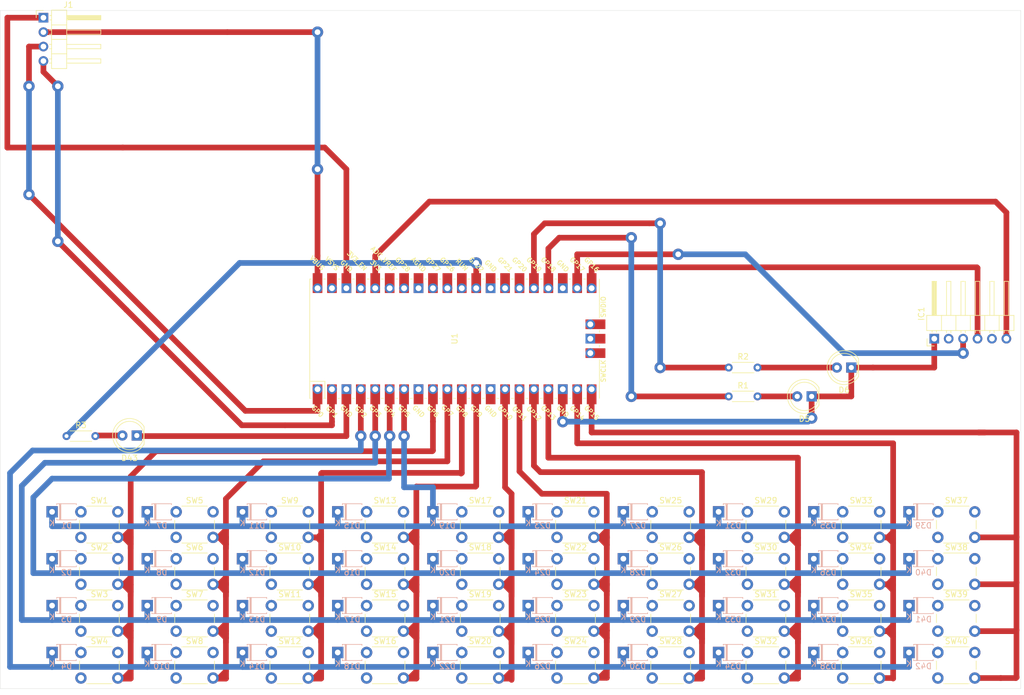
<source format=kicad_pcb>
(kicad_pcb (version 20171130) (host pcbnew "(5.1.12)-1")
  (layers (0 F.Cu signal) (31 B.Cu signal) (34 B.Paste user) (35 F.Paste user) (36 B.SilkS user) (37 F.SilkS user) (38 B.Mask user) (39 F.Mask user) (44 Edge.Cuts user))
  (net 0 "")
  (net 1 "Net-(J1-Pad1)")
  (net 2 "Net-(J1-Pad2)")
  (net 3 "Net-(J1-Pad3)")
  (net 4 "Net-(J1-Pad4)")
  (net 5 "Net-(U1-Pad8)")
  (net 6 "Net-(U1-Pad13)")
  (net 7 "Net-(U1-Pad23)")
  (net 8 "Net-(U1-Pad26)")
  (net 9 "Net-(U1-Pad27)")
  (net 10 "Net-(U1-Pad28)")
  (net 11 "Net-(U1-Pad30)")
  (net 12 "Net-(U1-Pad31)")
  (net 13 "Net-(U1-Pad32)")
  (net 14 "Net-(U1-Pad33)")
  (net 15 "Net-(U1-Pad34)")
  (net 16 "Net-(U1-Pad35)")
  (net 17 "Net-(U1-Pad37)")
  (net 18 "Net-(U1-Pad39)")
  (net 19 "Net-(U1-Pad41)")
  (net 20 "Net-(U1-Pad42)")
  (net 21 "Net-(U1-Pad43)")
  (net 22 "Net-(D1-Pad1)")
  (net 23 "Net-(D1-Pad2)")
  (net 24 "Net-(D2-Pad2)")
  (net 25 "Net-(D12-Pad1)")
  (net 26 "Net-(D3-Pad2)")
  (net 27 "Net-(D13-Pad1)")
  (net 28 "Net-(D10-Pad1)")
  (net 29 "Net-(D4-Pad2)")
  (net 30 "Net-(D5-Pad2)")
  (net 31 "Net-(D5-Pad1)")
  (net 32 "Net-(D6-Pad2)")
  (net 33 "Net-(D7-Pad2)")
  (net 34 "Net-(D8-Pad2)")
  (net 35 "Net-(D9-Pad2)")
  (net 36 "Net-(D10-Pad2)")
  (net 37 "Net-(D11-Pad2)")
  (net 38 "Net-(D12-Pad2)")
  (net 39 "Net-(D13-Pad2)")
  (net 40 "Net-(D14-Pad2)")
  (net 41 "Net-(D15-Pad2)")
  (net 42 "Net-(D16-Pad2)")
  (net 43 "Net-(D17-Pad2)")
  (net 44 "Net-(D18-Pad2)")
  (net 45 "Net-(D19-Pad2)")
  (net 46 "Net-(D20-Pad2)")
  (net 47 "Net-(D21-Pad2)")
  (net 48 "Net-(D22-Pad2)")
  (net 49 "Net-(D23-Pad2)")
  (net 50 "Net-(D24-Pad2)")
  (net 51 "Net-(D25-Pad2)")
  (net 52 "Net-(D26-Pad2)")
  (net 53 "Net-(D27-Pad2)")
  (net 54 "Net-(D28-Pad2)")
  (net 55 "Net-(D29-Pad2)")
  (net 56 "Net-(D30-Pad2)")
  (net 57 "Net-(D31-Pad2)")
  (net 58 "Net-(D32-Pad2)")
  (net 59 "Net-(D33-Pad2)")
  (net 60 "Net-(D34-Pad2)")
  (net 61 "Net-(D35-Pad2)")
  (net 62 "Net-(D36-Pad2)")
  (net 63 "Net-(D37-Pad2)")
  (net 64 "Net-(D38-Pad2)")
  (net 65 "Net-(D39-Pad2)")
  (net 66 "Net-(D40-Pad2)")
  (net 67 "Net-(D41-Pad2)")
  (net 68 "Net-(D42-Pad2)")
  (net 69 "Net-(IC1-Pad2)")
  (net 70 "Net-(IC1-Pad3)")
  (net 71 "Net-(IC1-Pad4)")
  (net 72 "Net-(IC1-Pad5)")
  (net 73 "Net-(IC1-Pad6)")
  (net 74 "Net-(R1-Pad1)")
  (net 75 "Net-(R2-Pad1)")
  (net 76 "Net-(SW1-Pad3)")
  (net 77 "Net-(SW1-Pad4)")
  (net 78 "Net-(SW1-Pad2)")
  (net 79 "Net-(SW2-Pad3)")
  (net 80 "Net-(SW2-Pad2)")
  (net 81 "Net-(SW3-Pad2)")
  (net 82 "Net-(SW4-Pad2)")
  (net 83 "Net-(SW5-Pad3)")
  (net 84 "Net-(SW5-Pad4)")
  (net 85 "Net-(SW5-Pad2)")
  (net 86 "Net-(SW6-Pad3)")
  (net 87 "Net-(SW6-Pad2)")
  (net 88 "Net-(SW7-Pad3)")
  (net 89 "Net-(SW7-Pad2)")
  (net 90 "Net-(SW8-Pad2)")
  (net 91 "Net-(SW9-Pad3)")
  (net 92 "Net-(SW10-Pad4)")
  (net 93 "Net-(SW9-Pad2)")
  (net 94 "Net-(SW10-Pad3)")
  (net 95 "Net-(SW10-Pad2)")
  (net 96 "Net-(SW11-Pad2)")
  (net 97 "Net-(SW11-Pad3)")
  (net 98 "Net-(SW12-Pad3)")
  (net 99 "Net-(SW12-Pad2)")
  (net 100 "Net-(SW13-Pad3)")
  (net 101 "Net-(SW13-Pad4)")
  (net 102 "Net-(SW13-Pad2)")
  (net 103 "Net-(SW14-Pad3)")
  (net 104 "Net-(SW14-Pad2)")
  (net 105 "Net-(SW15-Pad2)")
  (net 106 "Net-(SW15-Pad3)")
  (net 107 "Net-(SW16-Pad2)")
  (net 108 "Net-(SW16-Pad3)")
  (net 109 "Net-(SW17-Pad3)")
  (net 110 "Net-(SW17-Pad4)")
  (net 111 "Net-(SW17-Pad2)")
  (net 112 "Net-(SW18-Pad3)")
  (net 113 "Net-(SW18-Pad2)")
  (net 114 "Net-(SW19-Pad2)")
  (net 115 "Net-(SW19-Pad3)")
  (net 116 "Net-(SW20-Pad2)")
  (net 117 "Net-(SW20-Pad3)")
  (net 118 "Net-(SW21-Pad3)")
  (net 119 "Net-(SW21-Pad4)")
  (net 120 "Net-(SW21-Pad2)")
  (net 121 "Net-(SW22-Pad3)")
  (net 122 "Net-(SW22-Pad2)")
  (net 123 "Net-(SW23-Pad2)")
  (net 124 "Net-(SW23-Pad3)")
  (net 125 "Net-(SW24-Pad2)")
  (net 126 "Net-(SW24-Pad3)")
  (net 127 "Net-(SW25-Pad3)")
  (net 128 "Net-(SW25-Pad4)")
  (net 129 "Net-(SW25-Pad2)")
  (net 130 "Net-(SW26-Pad3)")
  (net 131 "Net-(SW26-Pad2)")
  (net 132 "Net-(SW27-Pad2)")
  (net 133 "Net-(SW27-Pad3)")
  (net 134 "Net-(SW28-Pad2)")
  (net 135 "Net-(SW28-Pad3)")
  (net 136 "Net-(SW29-Pad2)")
  (net 137 "Net-(SW29-Pad4)")
  (net 138 "Net-(SW29-Pad3)")
  (net 139 "Net-(SW30-Pad3)")
  (net 140 "Net-(SW30-Pad2)")
  (net 141 "Net-(SW31-Pad2)")
  (net 142 "Net-(SW31-Pad3)")
  (net 143 "Net-(SW32-Pad2)")
  (net 144 "Net-(SW32-Pad3)")
  (net 145 "Net-(SW33-Pad3)")
  (net 146 "Net-(SW33-Pad4)")
  (net 147 "Net-(SW33-Pad2)")
  (net 148 "Net-(SW34-Pad3)")
  (net 149 "Net-(SW34-Pad2)")
  (net 150 "Net-(SW35-Pad2)")
  (net 151 "Net-(SW35-Pad3)")
  (net 152 "Net-(SW36-Pad2)")
  (net 153 "Net-(SW36-Pad3)")
  (net 154 "Net-(SW37-Pad2)")
  (net 155 "Net-(SW37-Pad4)")
  (net 156 "Net-(SW37-Pad3)")
  (net 157 "Net-(SW38-Pad3)")
  (net 158 "Net-(SW38-Pad2)")
  (net 159 "Net-(SW39-Pad2)")
  (net 160 "Net-(SW39-Pad3)")
  (net 161 "Net-(SW40-Pad2)")
  (net 162 "Net-(SW40-Pad3)")
  (net 163 "Net-(SW3-Pad3)")
  (net 164 "Net-(SW4-Pad3)")
  (net 165 "Net-(SW8-Pad3)")
  (net 166 "Net-(D43-Pad1)")
  (net 167 "Net-(D43-Pad2)")
  (net 168 "Net-(R3-Pad1)")
  (module Button_Switch_THT:SW_PUSH_6mm_H5mm (layer F.Cu) (at 113.157 158.75)
    (fp_text reference SW12 (at 3.25 -2) (layer F.SilkS))
    (fp_text value SW_MEC_5E)
    (pad 3 thru_hole circle (at 6.5 0 90) (size 2 2) (drill 1.1) (layers *.Cu *.Mask) (net 98 "Net-(SW12-Pad3)"))
    (pad 4 thru_hole circle (at 6.5 4.5 90) (size 2 2) (drill 1.1) (layers *.Cu *.Mask) (net 92 "Net-(SW10-Pad4)"))
    (pad 1 thru_hole circle (at 0 0 90) (size 2 2) (drill 1.1) (layers *.Cu *.Mask) (net 40 "Net-(D14-Pad2)"))
    (pad 2 thru_hole circle (at 0 4.5 90) (size 2 2) (drill 1.1) (layers *.Cu *.Mask) (net 99 "Net-(SW12-Pad2)"))
  )
  (module Button_Switch_THT:SW_PUSH_6mm_H5mm (layer F.Cu) (at 230.505 150.495)
    (fp_text reference SW39 (at 3.25 -2) (layer F.SilkS))
    (fp_text value SW_MEC_5E)
    (pad 2 thru_hole circle (at 0 4.5 90) (size 2 2) (drill 1.1) (layers *.Cu *.Mask) (net 159 "Net-(SW39-Pad2)"))
    (pad 1 thru_hole circle (at 0 0 90) (size 2 2) (drill 1.1) (layers *.Cu *.Mask) (net 67 "Net-(D41-Pad2)"))
    (pad 4 thru_hole circle (at 6.5 4.5 90) (size 2 2) (drill 1.1) (layers *.Cu *.Mask) (net 155 "Net-(SW37-Pad4)"))
    (pad 3 thru_hole circle (at 6.5 0 90) (size 2 2) (drill 1.1) (layers *.Cu *.Mask) (net 160 "Net-(SW39-Pad3)"))
  )
  (module Connector_PinHeader_2.54mm:PinHeader_1x06_P2.54mm_Horizontal (layer F.Cu) (at 229.87 103.505 90)
    (fp_text reference IC1 (at 4.385 -2.27 90) (layer F.SilkS))
    (fp_text value REYAX_RYLR896)
    (pad 1 thru_hole rect (at 0 0 90) (size 1.7 1.7) (drill 1) (layers *.Cu *.Mask) (net 31 "Net-(D5-Pad1)"))
    (pad 2 thru_hole oval (at 0 2.54 90) (size 1.7 1.7) (drill 1) (layers *.Cu *.Mask) (net 69 "Net-(IC1-Pad2)"))
    (pad 3 thru_hole oval (at 0 5.08 90) (size 1.7 1.7) (drill 1) (layers *.Cu *.Mask) (net 70 "Net-(IC1-Pad3)"))
    (pad 4 thru_hole oval (at 0 7.62 90) (size 1.7 1.7) (drill 1) (layers *.Cu *.Mask) (net 71 "Net-(IC1-Pad4)"))
    (pad 5 thru_hole oval (at 0 10.16 90) (size 1.7 1.7) (drill 1) (layers *.Cu *.Mask) (net 72 "Net-(IC1-Pad5)"))
    (pad 6 thru_hole oval (at 0 12.7 90) (size 1.7 1.7) (drill 1) (layers *.Cu *.Mask) (net 73 "Net-(IC1-Pad6)"))
  )
  (module LED_THT:LED_D5.0mm_IRGrey (layer F.Cu) (at 215.265 108.585 180)
    (fp_text reference D6 (at 1.27 -3.96) (layer F.SilkS))
    (fp_text value LD271)
    (pad 1 thru_hole rect (at 0 0 180) (size 1.8 1.8) (drill 0.9) (layers *.Cu *.Mask) (net 31 "Net-(D5-Pad1)"))
    (pad 2 thru_hole circle (at 2.54 0 180) (size 1.8 1.8) (drill 0.9) (layers *.Cu *.Mask) (net 32 "Net-(D6-Pad2)"))
  )
  (module Button_Switch_THT:SW_PUSH_6mm_H5mm (layer F.Cu) (at 79.629 133.985)
    (fp_text reference SW1 (at 3.25 -2) (layer F.SilkS))
    (fp_text value SW_MEC_5E)
    (pad 3 thru_hole circle (at 6.5 0 90) (size 2 2) (drill 1.1) (layers *.Cu *.Mask) (net 76 "Net-(SW1-Pad3)"))
    (pad 4 thru_hole circle (at 6.5 4.5 90) (size 2 2) (drill 1.1) (layers *.Cu *.Mask) (net 77 "Net-(SW1-Pad4)"))
    (pad 1 thru_hole circle (at 0 0 90) (size 2 2) (drill 1.1) (layers *.Cu *.Mask) (net 23 "Net-(D1-Pad2)"))
    (pad 2 thru_hole circle (at 0 4.5 90) (size 2 2) (drill 1.1) (layers *.Cu *.Mask) (net 78 "Net-(SW1-Pad2)"))
  )
  (module LED_THT:LED_D5.0mm_IRGrey (layer F.Cu) (at 208.28 113.665 180)
    (fp_text reference D5 (at 1.27 -3.96) (layer F.SilkS))
    (fp_text value LD271)
    (pad 2 thru_hole circle (at 2.54 0 180) (size 1.8 1.8) (drill 0.9) (layers *.Cu *.Mask) (net 30 "Net-(D5-Pad2)"))
    (pad 1 thru_hole rect (at 0 0 180) (size 1.8 1.8) (drill 0.9) (layers *.Cu *.Mask) (net 31 "Net-(D5-Pad1)"))
  )
  (module Connector_PinHeader_2.54mm:PinHeader_1x04_P2.54mm_Horizontal (layer F.Cu) (at 73.025 46.99)
    (fp_text reference J1 (at 4.385 -2.27) (layer F.SilkS))
    (fp_text value Conn_01x04)
    (pad 1 thru_hole rect (at 0 0) (size 1.7 1.7) (drill 1) (layers *.Cu *.Mask) (net 1 "Net-(J1-Pad1)"))
    (pad 2 thru_hole oval (at 0 2.54) (size 1.7 1.7) (drill 1) (layers *.Cu *.Mask) (net 2 "Net-(J1-Pad2)"))
    (pad 3 thru_hole oval (at 0 5.08) (size 1.7 1.7) (drill 1) (layers *.Cu *.Mask) (net 3 "Net-(J1-Pad3)"))
    (pad 4 thru_hole oval (at 0 7.62) (size 1.7 1.7) (drill 1) (layers *.Cu *.Mask) (net 4 "Net-(J1-Pad4)"))
  )
  (module Button_Switch_THT:SW_PUSH_6mm_H5mm (layer F.Cu) (at 79.629 142.24)
    (fp_text reference SW2 (at 3.25 -2) (layer F.SilkS))
    (fp_text value SW_MEC_5E)
    (pad 3 thru_hole circle (at 6.5 0 90) (size 2 2) (drill 1.1) (layers *.Cu *.Mask) (net 79 "Net-(SW2-Pad3)"))
    (pad 4 thru_hole circle (at 6.5 4.5 90) (size 2 2) (drill 1.1) (layers *.Cu *.Mask) (net 77 "Net-(SW1-Pad4)"))
    (pad 1 thru_hole circle (at 0 0 90) (size 2 2) (drill 1.1) (layers *.Cu *.Mask) (net 24 "Net-(D2-Pad2)"))
    (pad 2 thru_hole circle (at 0 4.5 90) (size 2 2) (drill 1.1) (layers *.Cu *.Mask) (net 80 "Net-(SW2-Pad2)"))
  )
  (module Button_Switch_THT:SW_PUSH_6mm_H5mm (layer F.Cu) (at 79.629 150.495)
    (fp_text reference SW3 (at 3.25 -2) (layer F.SilkS))
    (fp_text value SW_MEC_5E)
    (pad 2 thru_hole circle (at 0 4.5 90) (size 2 2) (drill 1.1) (layers *.Cu *.Mask) (net 81 "Net-(SW3-Pad2)"))
    (pad 1 thru_hole circle (at 0 0 90) (size 2 2) (drill 1.1) (layers *.Cu *.Mask) (net 26 "Net-(D3-Pad2)"))
    (pad 4 thru_hole circle (at 6.5 4.5 90) (size 2 2) (drill 1.1) (layers *.Cu *.Mask) (net 77 "Net-(SW1-Pad4)"))
    (pad 3 thru_hole circle (at 6.5 0 90) (size 2 2) (drill 1.1) (layers *.Cu *.Mask) (net 163 "Net-(SW3-Pad3)"))
  )
  (module Button_Switch_THT:SW_PUSH_6mm_H5mm (layer F.Cu) (at 79.629 158.75)
    (fp_text reference SW4 (at 3.25 -2) (layer F.SilkS))
    (fp_text value SW_MEC_5E)
    (pad 2 thru_hole circle (at 0 4.5 90) (size 2 2) (drill 1.1) (layers *.Cu *.Mask) (net 82 "Net-(SW4-Pad2)"))
    (pad 1 thru_hole circle (at 0 0 90) (size 2 2) (drill 1.1) (layers *.Cu *.Mask) (net 29 "Net-(D4-Pad2)"))
    (pad 4 thru_hole circle (at 6.5 4.5 90) (size 2 2) (drill 1.1) (layers *.Cu *.Mask) (net 77 "Net-(SW1-Pad4)"))
    (pad 3 thru_hole circle (at 6.5 0 90) (size 2 2) (drill 1.1) (layers *.Cu *.Mask) (net 164 "Net-(SW4-Pad3)"))
  )
  (module Button_Switch_THT:SW_PUSH_6mm_H5mm (layer F.Cu) (at 96.393 133.985)
    (fp_text reference SW5 (at 3.25 -2) (layer F.SilkS))
    (fp_text value SW_MEC_5E)
    (pad 3 thru_hole circle (at 6.5 0 90) (size 2 2) (drill 1.1) (layers *.Cu *.Mask) (net 83 "Net-(SW5-Pad3)"))
    (pad 4 thru_hole circle (at 6.5 4.5 90) (size 2 2) (drill 1.1) (layers *.Cu *.Mask) (net 84 "Net-(SW5-Pad4)"))
    (pad 1 thru_hole circle (at 0 0 90) (size 2 2) (drill 1.1) (layers *.Cu *.Mask) (net 33 "Net-(D7-Pad2)"))
    (pad 2 thru_hole circle (at 0 4.5 90) (size 2 2) (drill 1.1) (layers *.Cu *.Mask) (net 85 "Net-(SW5-Pad2)"))
  )
  (module Button_Switch_THT:SW_PUSH_6mm_H5mm (layer F.Cu) (at 96.393 142.24)
    (fp_text reference SW6 (at 3.25 -2) (layer F.SilkS))
    (fp_text value SW_MEC_5E)
    (pad 3 thru_hole circle (at 6.5 0 90) (size 2 2) (drill 1.1) (layers *.Cu *.Mask) (net 86 "Net-(SW6-Pad3)"))
    (pad 4 thru_hole circle (at 6.5 4.5 90) (size 2 2) (drill 1.1) (layers *.Cu *.Mask) (net 84 "Net-(SW5-Pad4)"))
    (pad 1 thru_hole circle (at 0 0 90) (size 2 2) (drill 1.1) (layers *.Cu *.Mask) (net 34 "Net-(D8-Pad2)"))
    (pad 2 thru_hole circle (at 0 4.5 90) (size 2 2) (drill 1.1) (layers *.Cu *.Mask) (net 87 "Net-(SW6-Pad2)"))
  )
  (module Button_Switch_THT:SW_PUSH_6mm_H5mm (layer F.Cu) (at 96.393 150.495)
    (fp_text reference SW7 (at 3.25 -2) (layer F.SilkS))
    (fp_text value SW_MEC_5E)
    (pad 3 thru_hole circle (at 6.5 0 90) (size 2 2) (drill 1.1) (layers *.Cu *.Mask) (net 88 "Net-(SW7-Pad3)"))
    (pad 4 thru_hole circle (at 6.5 4.5 90) (size 2 2) (drill 1.1) (layers *.Cu *.Mask) (net 84 "Net-(SW5-Pad4)"))
    (pad 1 thru_hole circle (at 0 0 90) (size 2 2) (drill 1.1) (layers *.Cu *.Mask) (net 35 "Net-(D9-Pad2)"))
    (pad 2 thru_hole circle (at 0 4.5 90) (size 2 2) (drill 1.1) (layers *.Cu *.Mask) (net 89 "Net-(SW7-Pad2)"))
  )
  (module Button_Switch_THT:SW_PUSH_6mm_H5mm (layer F.Cu) (at 96.393 158.75)
    (fp_text reference SW8 (at 3.25 -2) (layer F.SilkS))
    (fp_text value SW_MEC_5E)
    (pad 2 thru_hole circle (at 0 4.5 90) (size 2 2) (drill 1.1) (layers *.Cu *.Mask) (net 90 "Net-(SW8-Pad2)"))
    (pad 1 thru_hole circle (at 0 0 90) (size 2 2) (drill 1.1) (layers *.Cu *.Mask) (net 36 "Net-(D10-Pad2)"))
    (pad 4 thru_hole circle (at 6.5 4.5 90) (size 2 2) (drill 1.1) (layers *.Cu *.Mask) (net 84 "Net-(SW5-Pad4)"))
    (pad 3 thru_hole circle (at 6.5 0 90) (size 2 2) (drill 1.1) (layers *.Cu *.Mask) (net 165 "Net-(SW8-Pad3)"))
  )
  (module Button_Switch_THT:SW_PUSH_6mm_H5mm (layer F.Cu) (at 113.157 133.985)
    (fp_text reference SW9 (at 3.25 -2) (layer F.SilkS))
    (fp_text value SW_MEC_5E)
    (pad 3 thru_hole circle (at 6.5 0 90) (size 2 2) (drill 1.1) (layers *.Cu *.Mask) (net 91 "Net-(SW9-Pad3)"))
    (pad 4 thru_hole circle (at 6.5 4.5 90) (size 2 2) (drill 1.1) (layers *.Cu *.Mask) (net 92 "Net-(SW10-Pad4)"))
    (pad 1 thru_hole circle (at 0 0 90) (size 2 2) (drill 1.1) (layers *.Cu *.Mask) (net 37 "Net-(D11-Pad2)"))
    (pad 2 thru_hole circle (at 0 4.5 90) (size 2 2) (drill 1.1) (layers *.Cu *.Mask) (net 93 "Net-(SW9-Pad2)"))
  )
  (module Button_Switch_THT:SW_PUSH_6mm_H5mm (layer F.Cu) (at 113.157 142.24)
    (fp_text reference SW10 (at 3.25 -2) (layer F.SilkS))
    (fp_text value SW_MEC_5E)
    (pad 3 thru_hole circle (at 6.5 0 90) (size 2 2) (drill 1.1) (layers *.Cu *.Mask) (net 94 "Net-(SW10-Pad3)"))
    (pad 4 thru_hole circle (at 6.5 4.5 90) (size 2 2) (drill 1.1) (layers *.Cu *.Mask) (net 92 "Net-(SW10-Pad4)"))
    (pad 1 thru_hole circle (at 0 0 90) (size 2 2) (drill 1.1) (layers *.Cu *.Mask) (net 38 "Net-(D12-Pad2)"))
    (pad 2 thru_hole circle (at 0 4.5 90) (size 2 2) (drill 1.1) (layers *.Cu *.Mask) (net 95 "Net-(SW10-Pad2)"))
  )
  (module Button_Switch_THT:SW_PUSH_6mm_H5mm (layer F.Cu) (at 113.157 150.495)
    (fp_text reference SW11 (at 3.25 -2) (layer F.SilkS))
    (fp_text value SW_MEC_5E)
    (pad 2 thru_hole circle (at 0 4.5 90) (size 2 2) (drill 1.1) (layers *.Cu *.Mask) (net 96 "Net-(SW11-Pad2)"))
    (pad 1 thru_hole circle (at 0 0 90) (size 2 2) (drill 1.1) (layers *.Cu *.Mask) (net 39 "Net-(D13-Pad2)"))
    (pad 4 thru_hole circle (at 6.5 4.5 90) (size 2 2) (drill 1.1) (layers *.Cu *.Mask) (net 92 "Net-(SW10-Pad4)"))
    (pad 3 thru_hole circle (at 6.5 0 90) (size 2 2) (drill 1.1) (layers *.Cu *.Mask) (net 97 "Net-(SW11-Pad3)"))
  )
  (module Button_Switch_THT:SW_PUSH_6mm_H5mm (layer F.Cu) (at 129.921 133.985)
    (fp_text reference SW13 (at 3.25 -2) (layer F.SilkS))
    (fp_text value SW_MEC_5E)
    (pad 3 thru_hole circle (at 6.5 0 90) (size 2 2) (drill 1.1) (layers *.Cu *.Mask) (net 100 "Net-(SW13-Pad3)"))
    (pad 4 thru_hole circle (at 6.5 4.5 90) (size 2 2) (drill 1.1) (layers *.Cu *.Mask) (net 101 "Net-(SW13-Pad4)"))
    (pad 1 thru_hole circle (at 0 0 90) (size 2 2) (drill 1.1) (layers *.Cu *.Mask) (net 41 "Net-(D15-Pad2)"))
    (pad 2 thru_hole circle (at 0 4.5 90) (size 2 2) (drill 1.1) (layers *.Cu *.Mask) (net 102 "Net-(SW13-Pad2)"))
  )
  (module Button_Switch_THT:SW_PUSH_6mm_H5mm (layer F.Cu) (at 129.921 142.24)
    (fp_text reference SW14 (at 3.25 -2) (layer F.SilkS))
    (fp_text value SW_MEC_5E)
    (pad 3 thru_hole circle (at 6.5 0 90) (size 2 2) (drill 1.1) (layers *.Cu *.Mask) (net 103 "Net-(SW14-Pad3)"))
    (pad 4 thru_hole circle (at 6.5 4.5 90) (size 2 2) (drill 1.1) (layers *.Cu *.Mask) (net 101 "Net-(SW13-Pad4)"))
    (pad 1 thru_hole circle (at 0 0 90) (size 2 2) (drill 1.1) (layers *.Cu *.Mask) (net 42 "Net-(D16-Pad2)"))
    (pad 2 thru_hole circle (at 0 4.5 90) (size 2 2) (drill 1.1) (layers *.Cu *.Mask) (net 104 "Net-(SW14-Pad2)"))
  )
  (module Button_Switch_THT:SW_PUSH_6mm_H5mm (layer F.Cu) (at 129.921 150.495)
    (fp_text reference SW15 (at 3.25 -2) (layer F.SilkS))
    (fp_text value SW_MEC_5E)
    (pad 2 thru_hole circle (at 0 4.5 90) (size 2 2) (drill 1.1) (layers *.Cu *.Mask) (net 105 "Net-(SW15-Pad2)"))
    (pad 1 thru_hole circle (at 0 0 90) (size 2 2) (drill 1.1) (layers *.Cu *.Mask) (net 43 "Net-(D17-Pad2)"))
    (pad 4 thru_hole circle (at 6.5 4.5 90) (size 2 2) (drill 1.1) (layers *.Cu *.Mask) (net 101 "Net-(SW13-Pad4)"))
    (pad 3 thru_hole circle (at 6.5 0 90) (size 2 2) (drill 1.1) (layers *.Cu *.Mask) (net 106 "Net-(SW15-Pad3)"))
  )
  (module Button_Switch_THT:SW_PUSH_6mm_H5mm (layer F.Cu) (at 129.921 158.75)
    (fp_text reference SW16 (at 3.25 -2) (layer F.SilkS))
    (fp_text value SW_MEC_5E)
    (pad 2 thru_hole circle (at 0 4.5 90) (size 2 2) (drill 1.1) (layers *.Cu *.Mask) (net 107 "Net-(SW16-Pad2)"))
    (pad 1 thru_hole circle (at 0 0 90) (size 2 2) (drill 1.1) (layers *.Cu *.Mask) (net 44 "Net-(D18-Pad2)"))
    (pad 4 thru_hole circle (at 6.5 4.5 90) (size 2 2) (drill 1.1) (layers *.Cu *.Mask) (net 101 "Net-(SW13-Pad4)"))
    (pad 3 thru_hole circle (at 6.5 0 90) (size 2 2) (drill 1.1) (layers *.Cu *.Mask) (net 108 "Net-(SW16-Pad3)"))
  )
  (module Button_Switch_THT:SW_PUSH_6mm_H5mm (layer F.Cu) (at 146.685 133.985)
    (fp_text reference SW17 (at 3.25 -2) (layer F.SilkS))
    (fp_text value SW_MEC_5E)
    (pad 3 thru_hole circle (at 6.5 0 90) (size 2 2) (drill 1.1) (layers *.Cu *.Mask) (net 109 "Net-(SW17-Pad3)"))
    (pad 4 thru_hole circle (at 6.5 4.5 90) (size 2 2) (drill 1.1) (layers *.Cu *.Mask) (net 110 "Net-(SW17-Pad4)"))
    (pad 1 thru_hole circle (at 0 0 90) (size 2 2) (drill 1.1) (layers *.Cu *.Mask) (net 45 "Net-(D19-Pad2)"))
    (pad 2 thru_hole circle (at 0 4.5 90) (size 2 2) (drill 1.1) (layers *.Cu *.Mask) (net 111 "Net-(SW17-Pad2)"))
  )
  (module Button_Switch_THT:SW_PUSH_6mm_H5mm (layer F.Cu) (at 146.685 142.24)
    (fp_text reference SW18 (at 3.25 -2) (layer F.SilkS))
    (fp_text value SW_MEC_5E)
    (pad 3 thru_hole circle (at 6.5 0 90) (size 2 2) (drill 1.1) (layers *.Cu *.Mask) (net 112 "Net-(SW18-Pad3)"))
    (pad 4 thru_hole circle (at 6.5 4.5 90) (size 2 2) (drill 1.1) (layers *.Cu *.Mask) (net 110 "Net-(SW17-Pad4)"))
    (pad 1 thru_hole circle (at 0 0 90) (size 2 2) (drill 1.1) (layers *.Cu *.Mask) (net 46 "Net-(D20-Pad2)"))
    (pad 2 thru_hole circle (at 0 4.5 90) (size 2 2) (drill 1.1) (layers *.Cu *.Mask) (net 113 "Net-(SW18-Pad2)"))
  )
  (module Button_Switch_THT:SW_PUSH_6mm_H5mm (layer F.Cu) (at 146.685 150.495)
    (fp_text reference SW19 (at 3.25 -2) (layer F.SilkS))
    (fp_text value SW_MEC_5E)
    (pad 2 thru_hole circle (at 0 4.5 90) (size 2 2) (drill 1.1) (layers *.Cu *.Mask) (net 114 "Net-(SW19-Pad2)"))
    (pad 1 thru_hole circle (at 0 0 90) (size 2 2) (drill 1.1) (layers *.Cu *.Mask) (net 47 "Net-(D21-Pad2)"))
    (pad 4 thru_hole circle (at 6.5 4.5 90) (size 2 2) (drill 1.1) (layers *.Cu *.Mask) (net 110 "Net-(SW17-Pad4)"))
    (pad 3 thru_hole circle (at 6.5 0 90) (size 2 2) (drill 1.1) (layers *.Cu *.Mask) (net 115 "Net-(SW19-Pad3)"))
  )
  (module Button_Switch_THT:SW_PUSH_6mm_H5mm (layer F.Cu) (at 146.685 158.75)
    (fp_text reference SW20 (at 3.25 -2) (layer F.SilkS))
    (fp_text value SW_MEC_5E)
    (pad 2 thru_hole circle (at 0 4.5 90) (size 2 2) (drill 1.1) (layers *.Cu *.Mask) (net 116 "Net-(SW20-Pad2)"))
    (pad 1 thru_hole circle (at 0 0 90) (size 2 2) (drill 1.1) (layers *.Cu *.Mask) (net 48 "Net-(D22-Pad2)"))
    (pad 4 thru_hole circle (at 6.5 4.5 90) (size 2 2) (drill 1.1) (layers *.Cu *.Mask) (net 110 "Net-(SW17-Pad4)"))
    (pad 3 thru_hole circle (at 6.5 0 90) (size 2 2) (drill 1.1) (layers *.Cu *.Mask) (net 117 "Net-(SW20-Pad3)"))
  )
  (module Button_Switch_THT:SW_PUSH_6mm_H5mm (layer F.Cu) (at 163.449 133.985)
    (fp_text reference SW21 (at 3.25 -2) (layer F.SilkS))
    (fp_text value SW_MEC_5E)
    (pad 3 thru_hole circle (at 6.5 0 90) (size 2 2) (drill 1.1) (layers *.Cu *.Mask) (net 118 "Net-(SW21-Pad3)"))
    (pad 4 thru_hole circle (at 6.5 4.5 90) (size 2 2) (drill 1.1) (layers *.Cu *.Mask) (net 119 "Net-(SW21-Pad4)"))
    (pad 1 thru_hole circle (at 0 0 90) (size 2 2) (drill 1.1) (layers *.Cu *.Mask) (net 49 "Net-(D23-Pad2)"))
    (pad 2 thru_hole circle (at 0 4.5 90) (size 2 2) (drill 1.1) (layers *.Cu *.Mask) (net 120 "Net-(SW21-Pad2)"))
  )
  (module Button_Switch_THT:SW_PUSH_6mm_H5mm (layer F.Cu) (at 163.449 142.24)
    (fp_text reference SW22 (at 3.25 -2) (layer F.SilkS))
    (fp_text value SW_MEC_5E)
    (pad 3 thru_hole circle (at 6.5 0 90) (size 2 2) (drill 1.1) (layers *.Cu *.Mask) (net 121 "Net-(SW22-Pad3)"))
    (pad 4 thru_hole circle (at 6.5 4.5 90) (size 2 2) (drill 1.1) (layers *.Cu *.Mask) (net 119 "Net-(SW21-Pad4)"))
    (pad 1 thru_hole circle (at 0 0 90) (size 2 2) (drill 1.1) (layers *.Cu *.Mask) (net 50 "Net-(D24-Pad2)"))
    (pad 2 thru_hole circle (at 0 4.5 90) (size 2 2) (drill 1.1) (layers *.Cu *.Mask) (net 122 "Net-(SW22-Pad2)"))
  )
  (module Button_Switch_THT:SW_PUSH_6mm_H5mm (layer F.Cu) (at 163.449 150.495)
    (fp_text reference SW23 (at 3.25 -2) (layer F.SilkS))
    (fp_text value SW_MEC_5E)
    (pad 2 thru_hole circle (at 0 4.5 90) (size 2 2) (drill 1.1) (layers *.Cu *.Mask) (net 123 "Net-(SW23-Pad2)"))
    (pad 1 thru_hole circle (at 0 0 90) (size 2 2) (drill 1.1) (layers *.Cu *.Mask) (net 51 "Net-(D25-Pad2)"))
    (pad 4 thru_hole circle (at 6.5 4.5 90) (size 2 2) (drill 1.1) (layers *.Cu *.Mask) (net 119 "Net-(SW21-Pad4)"))
    (pad 3 thru_hole circle (at 6.5 0 90) (size 2 2) (drill 1.1) (layers *.Cu *.Mask) (net 124 "Net-(SW23-Pad3)"))
  )
  (module Button_Switch_THT:SW_PUSH_6mm_H5mm (layer F.Cu) (at 163.449 158.75)
    (fp_text reference SW24 (at 3.25 -2) (layer F.SilkS))
    (fp_text value SW_MEC_5E)
    (pad 2 thru_hole circle (at 0 4.5 90) (size 2 2) (drill 1.1) (layers *.Cu *.Mask) (net 125 "Net-(SW24-Pad2)"))
    (pad 1 thru_hole circle (at 0 0 90) (size 2 2) (drill 1.1) (layers *.Cu *.Mask) (net 52 "Net-(D26-Pad2)"))
    (pad 4 thru_hole circle (at 6.5 4.5 90) (size 2 2) (drill 1.1) (layers *.Cu *.Mask) (net 119 "Net-(SW21-Pad4)"))
    (pad 3 thru_hole circle (at 6.5 0 90) (size 2 2) (drill 1.1) (layers *.Cu *.Mask) (net 126 "Net-(SW24-Pad3)"))
  )
  (module Button_Switch_THT:SW_PUSH_6mm_H5mm (layer F.Cu) (at 180.213 133.985)
    (fp_text reference SW25 (at 3.25 -2) (layer F.SilkS))
    (fp_text value SW_MEC_5E)
    (pad 3 thru_hole circle (at 6.5 0 90) (size 2 2) (drill 1.1) (layers *.Cu *.Mask) (net 127 "Net-(SW25-Pad3)"))
    (pad 4 thru_hole circle (at 6.5 4.5 90) (size 2 2) (drill 1.1) (layers *.Cu *.Mask) (net 128 "Net-(SW25-Pad4)"))
    (pad 1 thru_hole circle (at 0 0 90) (size 2 2) (drill 1.1) (layers *.Cu *.Mask) (net 53 "Net-(D27-Pad2)"))
    (pad 2 thru_hole circle (at 0 4.5 90) (size 2 2) (drill 1.1) (layers *.Cu *.Mask) (net 129 "Net-(SW25-Pad2)"))
  )
  (module Button_Switch_THT:SW_PUSH_6mm_H5mm (layer F.Cu) (at 180.213 142.24)
    (fp_text reference SW26 (at 3.25 -2) (layer F.SilkS))
    (fp_text value SW_MEC_5E)
    (pad 3 thru_hole circle (at 6.5 0 90) (size 2 2) (drill 1.1) (layers *.Cu *.Mask) (net 130 "Net-(SW26-Pad3)"))
    (pad 4 thru_hole circle (at 6.5 4.5 90) (size 2 2) (drill 1.1) (layers *.Cu *.Mask) (net 128 "Net-(SW25-Pad4)"))
    (pad 1 thru_hole circle (at 0 0 90) (size 2 2) (drill 1.1) (layers *.Cu *.Mask) (net 54 "Net-(D28-Pad2)"))
    (pad 2 thru_hole circle (at 0 4.5 90) (size 2 2) (drill 1.1) (layers *.Cu *.Mask) (net 131 "Net-(SW26-Pad2)"))
  )
  (module Button_Switch_THT:SW_PUSH_6mm_H5mm (layer F.Cu) (at 180.213 150.495)
    (fp_text reference SW27 (at 3.25 -2) (layer F.SilkS))
    (fp_text value SW_MEC_5E)
    (pad 2 thru_hole circle (at 0 4.5 90) (size 2 2) (drill 1.1) (layers *.Cu *.Mask) (net 132 "Net-(SW27-Pad2)"))
    (pad 1 thru_hole circle (at 0 0 90) (size 2 2) (drill 1.1) (layers *.Cu *.Mask) (net 55 "Net-(D29-Pad2)"))
    (pad 4 thru_hole circle (at 6.5 4.5 90) (size 2 2) (drill 1.1) (layers *.Cu *.Mask) (net 128 "Net-(SW25-Pad4)"))
    (pad 3 thru_hole circle (at 6.5 0 90) (size 2 2) (drill 1.1) (layers *.Cu *.Mask) (net 133 "Net-(SW27-Pad3)"))
  )
  (module Button_Switch_THT:SW_PUSH_6mm_H5mm (layer F.Cu) (at 180.213 158.75)
    (fp_text reference SW28 (at 3.25 -2) (layer F.SilkS))
    (fp_text value SW_MEC_5E)
    (pad 2 thru_hole circle (at 0 4.5 90) (size 2 2) (drill 1.1) (layers *.Cu *.Mask) (net 134 "Net-(SW28-Pad2)"))
    (pad 1 thru_hole circle (at 0 0 90) (size 2 2) (drill 1.1) (layers *.Cu *.Mask) (net 56 "Net-(D30-Pad2)"))
    (pad 4 thru_hole circle (at 6.5 4.5 90) (size 2 2) (drill 1.1) (layers *.Cu *.Mask) (net 128 "Net-(SW25-Pad4)"))
    (pad 3 thru_hole circle (at 6.5 0 90) (size 2 2) (drill 1.1) (layers *.Cu *.Mask) (net 135 "Net-(SW28-Pad3)"))
  )
  (module Button_Switch_THT:SW_PUSH_6mm_H5mm (layer F.Cu) (at 196.977 133.985)
    (fp_text reference SW29 (at 3.25 -2) (layer F.SilkS))
    (fp_text value SW_MEC_5E)
    (pad 2 thru_hole circle (at 0 4.5 90) (size 2 2) (drill 1.1) (layers *.Cu *.Mask) (net 136 "Net-(SW29-Pad2)"))
    (pad 1 thru_hole circle (at 0 0 90) (size 2 2) (drill 1.1) (layers *.Cu *.Mask) (net 57 "Net-(D31-Pad2)"))
    (pad 4 thru_hole circle (at 6.5 4.5 90) (size 2 2) (drill 1.1) (layers *.Cu *.Mask) (net 137 "Net-(SW29-Pad4)"))
    (pad 3 thru_hole circle (at 6.5 0 90) (size 2 2) (drill 1.1) (layers *.Cu *.Mask) (net 138 "Net-(SW29-Pad3)"))
  )
  (module Button_Switch_THT:SW_PUSH_6mm_H5mm (layer F.Cu) (at 196.977 142.24)
    (fp_text reference SW30 (at 3.25 -2) (layer F.SilkS))
    (fp_text value SW_MEC_5E)
    (pad 3 thru_hole circle (at 6.5 0 90) (size 2 2) (drill 1.1) (layers *.Cu *.Mask) (net 139 "Net-(SW30-Pad3)"))
    (pad 4 thru_hole circle (at 6.5 4.5 90) (size 2 2) (drill 1.1) (layers *.Cu *.Mask) (net 137 "Net-(SW29-Pad4)"))
    (pad 1 thru_hole circle (at 0 0 90) (size 2 2) (drill 1.1) (layers *.Cu *.Mask) (net 58 "Net-(D32-Pad2)"))
    (pad 2 thru_hole circle (at 0 4.5 90) (size 2 2) (drill 1.1) (layers *.Cu *.Mask) (net 140 "Net-(SW30-Pad2)"))
  )
  (module Button_Switch_THT:SW_PUSH_6mm_H5mm (layer F.Cu) (at 196.977 150.495)
    (fp_text reference SW31 (at 3.25 -2) (layer F.SilkS))
    (fp_text value SW_MEC_5E)
    (pad 2 thru_hole circle (at 0 4.5 90) (size 2 2) (drill 1.1) (layers *.Cu *.Mask) (net 141 "Net-(SW31-Pad2)"))
    (pad 1 thru_hole circle (at 0 0 90) (size 2 2) (drill 1.1) (layers *.Cu *.Mask) (net 59 "Net-(D33-Pad2)"))
    (pad 4 thru_hole circle (at 6.5 4.5 90) (size 2 2) (drill 1.1) (layers *.Cu *.Mask) (net 137 "Net-(SW29-Pad4)"))
    (pad 3 thru_hole circle (at 6.5 0 90) (size 2 2) (drill 1.1) (layers *.Cu *.Mask) (net 142 "Net-(SW31-Pad3)"))
  )
  (module Button_Switch_THT:SW_PUSH_6mm_H5mm (layer F.Cu) (at 196.977 158.75)
    (fp_text reference SW32 (at 3.25 -2) (layer F.SilkS))
    (fp_text value SW_MEC_5E)
    (pad 2 thru_hole circle (at 0 4.5 90) (size 2 2) (drill 1.1) (layers *.Cu *.Mask) (net 143 "Net-(SW32-Pad2)"))
    (pad 1 thru_hole circle (at 0 0 90) (size 2 2) (drill 1.1) (layers *.Cu *.Mask) (net 60 "Net-(D34-Pad2)"))
    (pad 4 thru_hole circle (at 6.5 4.5 90) (size 2 2) (drill 1.1) (layers *.Cu *.Mask) (net 137 "Net-(SW29-Pad4)"))
    (pad 3 thru_hole circle (at 6.5 0 90) (size 2 2) (drill 1.1) (layers *.Cu *.Mask) (net 144 "Net-(SW32-Pad3)"))
  )
  (module Button_Switch_THT:SW_PUSH_6mm_H5mm (layer F.Cu) (at 213.741 133.985)
    (fp_text reference SW33 (at 3.25 -2) (layer F.SilkS))
    (fp_text value SW_MEC_5E)
    (pad 3 thru_hole circle (at 6.5 0 90) (size 2 2) (drill 1.1) (layers *.Cu *.Mask) (net 145 "Net-(SW33-Pad3)"))
    (pad 4 thru_hole circle (at 6.5 4.5 90) (size 2 2) (drill 1.1) (layers *.Cu *.Mask) (net 146 "Net-(SW33-Pad4)"))
    (pad 1 thru_hole circle (at 0 0 90) (size 2 2) (drill 1.1) (layers *.Cu *.Mask) (net 61 "Net-(D35-Pad2)"))
    (pad 2 thru_hole circle (at 0 4.5 90) (size 2 2) (drill 1.1) (layers *.Cu *.Mask) (net 147 "Net-(SW33-Pad2)"))
  )
  (module Button_Switch_THT:SW_PUSH_6mm_H5mm (layer F.Cu) (at 213.741 142.24)
    (fp_text reference SW34 (at 3.25 -2) (layer F.SilkS))
    (fp_text value SW_MEC_5E)
    (pad 3 thru_hole circle (at 6.5 0 90) (size 2 2) (drill 1.1) (layers *.Cu *.Mask) (net 148 "Net-(SW34-Pad3)"))
    (pad 4 thru_hole circle (at 6.5 4.5 90) (size 2 2) (drill 1.1) (layers *.Cu *.Mask) (net 146 "Net-(SW33-Pad4)"))
    (pad 1 thru_hole circle (at 0 0 90) (size 2 2) (drill 1.1) (layers *.Cu *.Mask) (net 62 "Net-(D36-Pad2)"))
    (pad 2 thru_hole circle (at 0 4.5 90) (size 2 2) (drill 1.1) (layers *.Cu *.Mask) (net 149 "Net-(SW34-Pad2)"))
  )
  (module Button_Switch_THT:SW_PUSH_6mm_H5mm (layer F.Cu) (at 213.741 150.495)
    (fp_text reference SW35 (at 3.25 -2) (layer F.SilkS))
    (fp_text value SW_MEC_5E)
    (pad 2 thru_hole circle (at 0 4.5 90) (size 2 2) (drill 1.1) (layers *.Cu *.Mask) (net 150 "Net-(SW35-Pad2)"))
    (pad 1 thru_hole circle (at 0 0 90) (size 2 2) (drill 1.1) (layers *.Cu *.Mask) (net 63 "Net-(D37-Pad2)"))
    (pad 4 thru_hole circle (at 6.5 4.5 90) (size 2 2) (drill 1.1) (layers *.Cu *.Mask) (net 146 "Net-(SW33-Pad4)"))
    (pad 3 thru_hole circle (at 6.5 0 90) (size 2 2) (drill 1.1) (layers *.Cu *.Mask) (net 151 "Net-(SW35-Pad3)"))
  )
  (module Button_Switch_THT:SW_PUSH_6mm_H5mm (layer F.Cu) (at 213.741 158.75)
    (fp_text reference SW36 (at 3.25 -2) (layer F.SilkS))
    (fp_text value SW_MEC_5E)
    (pad 2 thru_hole circle (at 0 4.5 90) (size 2 2) (drill 1.1) (layers *.Cu *.Mask) (net 152 "Net-(SW36-Pad2)"))
    (pad 1 thru_hole circle (at 0 0 90) (size 2 2) (drill 1.1) (layers *.Cu *.Mask) (net 64 "Net-(D38-Pad2)"))
    (pad 4 thru_hole circle (at 6.5 4.5 90) (size 2 2) (drill 1.1) (layers *.Cu *.Mask) (net 146 "Net-(SW33-Pad4)"))
    (pad 3 thru_hole circle (at 6.5 0 90) (size 2 2) (drill 1.1) (layers *.Cu *.Mask) (net 153 "Net-(SW36-Pad3)"))
  )
  (module Button_Switch_THT:SW_PUSH_6mm_H5mm (layer F.Cu) (at 230.505 133.985)
    (fp_text reference SW37 (at 3.25 -2) (layer F.SilkS))
    (fp_text value SW_MEC_5E)
    (pad 2 thru_hole circle (at 0 4.5 90) (size 2 2) (drill 1.1) (layers *.Cu *.Mask) (net 154 "Net-(SW37-Pad2)"))
    (pad 1 thru_hole circle (at 0 0 90) (size 2 2) (drill 1.1) (layers *.Cu *.Mask) (net 65 "Net-(D39-Pad2)"))
    (pad 4 thru_hole circle (at 6.5 4.5 90) (size 2 2) (drill 1.1) (layers *.Cu *.Mask) (net 155 "Net-(SW37-Pad4)"))
    (pad 3 thru_hole circle (at 6.5 0 90) (size 2 2) (drill 1.1) (layers *.Cu *.Mask) (net 156 "Net-(SW37-Pad3)"))
  )
  (module Button_Switch_THT:SW_PUSH_6mm_H5mm (layer F.Cu) (at 230.505 142.24)
    (fp_text reference SW38 (at 3.25 -2) (layer F.SilkS))
    (fp_text value SW_MEC_5E)
    (pad 3 thru_hole circle (at 6.5 0 90) (size 2 2) (drill 1.1) (layers *.Cu *.Mask) (net 157 "Net-(SW38-Pad3)"))
    (pad 4 thru_hole circle (at 6.5 4.5 90) (size 2 2) (drill 1.1) (layers *.Cu *.Mask) (net 155 "Net-(SW37-Pad4)"))
    (pad 1 thru_hole circle (at 0 0 90) (size 2 2) (drill 1.1) (layers *.Cu *.Mask) (net 66 "Net-(D40-Pad2)"))
    (pad 2 thru_hole circle (at 0 4.5 90) (size 2 2) (drill 1.1) (layers *.Cu *.Mask) (net 158 "Net-(SW38-Pad2)"))
  )
  (module Button_Switch_THT:SW_PUSH_6mm_H5mm (layer F.Cu) (at 230.505 158.75)
    (fp_text reference SW40 (at 3.25 -2) (layer F.SilkS))
    (fp_text value SW_MEC_5E)
    (pad 2 thru_hole circle (at 0 4.5 90) (size 2 2) (drill 1.1) (layers *.Cu *.Mask) (net 161 "Net-(SW40-Pad2)"))
    (pad 1 thru_hole circle (at 0 0 90) (size 2 2) (drill 1.1) (layers *.Cu *.Mask) (net 68 "Net-(D42-Pad2)"))
    (pad 4 thru_hole circle (at 6.5 4.5 90) (size 2 2) (drill 1.1) (layers *.Cu *.Mask) (net 155 "Net-(SW37-Pad4)"))
    (pad 3 thru_hole circle (at 6.5 0 90) (size 2 2) (drill 1.1) (layers *.Cu *.Mask) (net 162 "Net-(SW40-Pad3)"))
  )
  (module MCU_RaspberryPi_and_Boards:RPi_Pico_SMD_TH (layer F.Cu) (at 145.415 103.505 90)
    (fp_text reference U1 (at 0 0 90) (layer F.SilkS))
    (fp_text value Pico)
    (fp_text user GP1 (at -12.9 -21.6 135) (layer F.SilkS) (effects (font (size 0.8 0.8))))
    (fp_text user GP2 (at -12.9 -16.51 135) (layer F.SilkS) (effects (font (size 0.8 0.8))))
    (fp_text user GP0 (at -12.8 -24.13 135) (layer F.SilkS) (effects (font (size 0.8 0.8))))
    (fp_text user GP3 (at -12.8 -13.97 135) (layer F.SilkS) (effects (font (size 0.8 0.8))))
    (fp_text user GP4 (at -12.8 -11.43 135) (layer F.SilkS) (effects (font (size 0.8 0.8))))
    (fp_text user GP5 (at -12.8 -8.89 135) (layer F.SilkS) (effects (font (size 0.8 0.8))))
    (fp_text user GP6 (at -12.8 -3.81 135) (layer F.SilkS) (effects (font (size 0.8 0.8))))
    (fp_text user GP7 (at -12.7 -1.3 135) (layer F.SilkS) (effects (font (size 0.8 0.8))))
    (fp_text user GP8 (at -12.8 1.27 135) (layer F.SilkS) (effects (font (size 0.8 0.8))))
    (fp_text user GP9 (at -12.8 3.81 135) (layer F.SilkS) (effects (font (size 0.8 0.8))))
    (fp_text user GP10 (at -13.054 8.89 135) (layer F.SilkS) (effects (font (size 0.8 0.8))))
    (fp_text user GP11 (at -13.2 11.43 135) (layer F.SilkS) (effects (font (size 0.8 0.8))))
    (fp_text user GP12 (at -13.2 13.97 135) (layer F.SilkS) (effects (font (size 0.8 0.8))))
    (fp_text user GP13 (at -13.054 16.51 135) (layer F.SilkS) (effects (font (size 0.8 0.8))))
    (fp_text user GP14 (at -13.1 21.59 135) (layer F.SilkS) (effects (font (size 0.8 0.8))))
    (fp_text user GP15 (at -13.054 24.13 135) (layer F.SilkS) (effects (font (size 0.8 0.8))))
    (fp_text user GP16 (at 13.054 24.13 135) (layer F.SilkS) (effects (font (size 0.8 0.8))))
    (fp_text user GP17 (at 13.054 21.59 135) (layer F.SilkS) (effects (font (size 0.8 0.8))))
    (fp_text user GP18 (at 13.054 16.51 135) (layer F.SilkS) (effects (font (size 0.8 0.8))))
    (fp_text user GP19 (at 13.054 13.97 135) (layer F.SilkS) (effects (font (size 0.8 0.8))))
    (fp_text user GP20 (at 13.054 11.43 135) (layer F.SilkS) (effects (font (size 0.8 0.8))))
    (fp_text user GP21 (at 13.054 8.9 135) (layer F.SilkS) (effects (font (size 0.8 0.8))))
    (fp_text user GP22 (at 13.054 3.81 135) (layer F.SilkS) (effects (font (size 0.8 0.8))))
    (fp_text user RUN (at 13 1.27 135) (layer F.SilkS) (effects (font (size 0.8 0.8))))
    (fp_text user GP26 (at 13.054 -1.27 135) (layer F.SilkS) (effects (font (size 0.8 0.8))))
    (fp_text user GP27 (at 13.054 -3.8 135) (layer F.SilkS) (effects (font (size 0.8 0.8))))
    (fp_text user GP28 (at 13.054 -9.144 135) (layer F.SilkS) (effects (font (size 0.8 0.8))))
    (fp_text user ADC_VREF (at 14 -12.5 135) (layer F.SilkS) (effects (font (size 0.8 0.8))))
    (fp_text user 3V3 (at 12.9 -13.9 135) (layer F.SilkS) (effects (font (size 0.8 0.8))))
    (fp_text user 3V3_EN (at 13.7 -17.2 135) (layer F.SilkS) (effects (font (size 0.8 0.8))))
    (fp_text user VSYS (at 13.2 -21.59 135) (layer F.SilkS) (effects (font (size 0.8 0.8))))
    (fp_text user VBUS (at 13.3 -24.2 135) (layer F.SilkS) (effects (font (size 0.8 0.8))))
    (fp_text user GND (at -12.8 -19.05 135) (layer F.SilkS) (effects (font (size 0.8 0.8))))
    (fp_text user GND (at -12.8 -6.35 135) (layer F.SilkS) (effects (font (size 0.8 0.8))))
    (fp_text user GND (at -12.8 6.35 135) (layer F.SilkS) (effects (font (size 0.8 0.8))))
    (fp_text user GND (at -12.8 19.05 135) (layer F.SilkS) (effects (font (size 0.8 0.8))))
    (fp_text user GND (at 12.8 19.05 135) (layer F.SilkS) (effects (font (size 0.8 0.8))))
    (fp_text user GND (at 12.8 6.35 135) (layer F.SilkS) (effects (font (size 0.8 0.8))))
    (fp_text user GND (at 12.8 -19.05 135) (layer F.SilkS) (effects (font (size 0.8 0.8))))
    (fp_text user AGND (at 13.054 -6.35 135) (layer F.SilkS) (effects (font (size 0.8 0.8))))
    (fp_text user SWCLK (at -5.7 26.2 90) (layer F.SilkS) (effects (font (size 0.8 0.8))))
    (fp_text user SWDIO (at 5.6 26.2 90) (layer F.SilkS) (effects (font (size 0.8 0.8))))
    (pad 1 thru_hole oval (at -8.89 -24.13 90) (size 1.7 1.7) (drill 1.02) (layers *.Cu *.Mask) (net 3 "Net-(J1-Pad3)"))
    (pad 2 thru_hole oval (at -8.89 -21.59 90) (size 1.7 1.7) (drill 1.02) (layers *.Cu *.Mask) (net 4 "Net-(J1-Pad4)"))
    (pad 3 thru_hole rect (at -8.89 -19.05 90) (size 1.7 1.7) (drill 1.02) (layers *.Cu *.Mask) (net 166 "Net-(D43-Pad1)"))
    (pad 4 thru_hole oval (at -8.89 -16.51 90) (size 1.7 1.7) (drill 1.02) (layers *.Cu *.Mask) (net 28 "Net-(D10-Pad1)"))
    (pad 5 thru_hole oval (at -8.89 -13.97 90) (size 1.7 1.7) (drill 1.02) (layers *.Cu *.Mask) (net 27 "Net-(D13-Pad1)"))
    (pad 6 thru_hole oval (at -8.89 -11.43 90) (size 1.7 1.7) (drill 1.02) (layers *.Cu *.Mask) (net 25 "Net-(D12-Pad1)"))
    (pad 7 thru_hole oval (at -8.89 -8.89 90) (size 1.7 1.7) (drill 1.02) (layers *.Cu *.Mask) (net 22 "Net-(D1-Pad1)"))
    (pad 8 thru_hole rect (at -8.89 -6.35 90) (size 1.7 1.7) (drill 1.02) (layers *.Cu *.Mask) (net 5 "Net-(U1-Pad8)"))
    (pad 9 thru_hole oval (at -8.89 -3.81 90) (size 1.7 1.7) (drill 1.02) (layers *.Cu *.Mask) (net 77 "Net-(SW1-Pad4)"))
    (pad 10 thru_hole oval (at -8.89 -1.27 90) (size 1.7 1.7) (drill 1.02) (layers *.Cu *.Mask) (net 84 "Net-(SW5-Pad4)"))
    (pad 11 thru_hole oval (at -8.89 1.27 90) (size 1.7 1.7) (drill 1.02) (layers *.Cu *.Mask) (net 92 "Net-(SW10-Pad4)"))
    (pad 12 thru_hole oval (at -8.89 3.81 90) (size 1.7 1.7) (drill 1.02) (layers *.Cu *.Mask) (net 101 "Net-(SW13-Pad4)"))
    (pad 13 thru_hole rect (at -8.89 6.35 90) (size 1.7 1.7) (drill 1.02) (layers *.Cu *.Mask) (net 6 "Net-(U1-Pad13)"))
    (pad 14 thru_hole oval (at -8.89 8.89 90) (size 1.7 1.7) (drill 1.02) (layers *.Cu *.Mask) (net 110 "Net-(SW17-Pad4)"))
    (pad 15 thru_hole oval (at -8.89 11.43 90) (size 1.7 1.7) (drill 1.02) (layers *.Cu *.Mask) (net 119 "Net-(SW21-Pad4)"))
    (pad 16 thru_hole oval (at -8.89 13.97 90) (size 1.7 1.7) (drill 1.02) (layers *.Cu *.Mask) (net 128 "Net-(SW25-Pad4)"))
    (pad 17 thru_hole oval (at -8.89 16.51 90) (size 1.7 1.7) (drill 1.02) (layers *.Cu *.Mask) (net 137 "Net-(SW29-Pad4)"))
    (pad 18 thru_hole rect (at -8.89 19.05 90) (size 1.7 1.7) (drill 1.02) (layers *.Cu *.Mask) (net 31 "Net-(D5-Pad1)"))
    (pad 19 thru_hole oval (at -8.89 21.59 90) (size 1.7 1.7) (drill 1.02) (layers *.Cu *.Mask) (net 146 "Net-(SW33-Pad4)"))
    (pad 20 thru_hole oval (at -8.89 24.13 90) (size 1.7 1.7) (drill 1.02) (layers *.Cu *.Mask) (net 155 "Net-(SW37-Pad4)"))
    (pad 21 thru_hole oval (at 8.89 24.13 90) (size 1.7 1.7) (drill 1.02) (layers *.Cu *.Mask) (net 71 "Net-(IC1-Pad4)"))
    (pad 22 thru_hole oval (at 8.89 21.59 90) (size 1.7 1.7) (drill 1.02) (layers *.Cu *.Mask) (net 70 "Net-(IC1-Pad3)"))
    (pad 23 thru_hole rect (at 8.89 19.05 90) (size 1.7 1.7) (drill 1.02) (layers *.Cu *.Mask) (net 7 "Net-(U1-Pad23)"))
    (pad 24 thru_hole oval (at 8.89 16.51 90) (size 1.7 1.7) (drill 1.02) (layers *.Cu *.Mask) (net 74 "Net-(R1-Pad1)"))
    (pad 25 thru_hole oval (at 8.89 13.97 90) (size 1.7 1.7) (drill 1.02) (layers *.Cu *.Mask) (net 75 "Net-(R2-Pad1)"))
    (pad 26 thru_hole oval (at 8.89 11.43 90) (size 1.7 1.7) (drill 1.02) (layers *.Cu *.Mask) (net 8 "Net-(U1-Pad26)"))
    (pad 27 thru_hole oval (at 8.89 8.89 90) (size 1.7 1.7) (drill 1.02) (layers *.Cu *.Mask) (net 9 "Net-(U1-Pad27)"))
    (pad 28 thru_hole rect (at 8.89 6.35 90) (size 1.7 1.7) (drill 1.02) (layers *.Cu *.Mask) (net 10 "Net-(U1-Pad28)"))
    (pad 29 thru_hole oval (at 8.89 3.81 90) (size 1.7 1.7) (drill 1.02) (layers *.Cu *.Mask) (net 168 "Net-(R3-Pad1)"))
    (pad 30 thru_hole oval (at 8.89 1.27 90) (size 1.7 1.7) (drill 1.02) (layers *.Cu *.Mask) (net 11 "Net-(U1-Pad30)"))
    (pad 31 thru_hole oval (at 8.89 -1.27 90) (size 1.7 1.7) (drill 1.02) (layers *.Cu *.Mask) (net 12 "Net-(U1-Pad31)"))
    (pad 32 thru_hole oval (at 8.89 -3.81 90) (size 1.7 1.7) (drill 1.02) (layers *.Cu *.Mask) (net 13 "Net-(U1-Pad32)"))
    (pad 33 thru_hole rect (at 8.89 -6.35 90) (size 1.7 1.7) (drill 1.02) (layers *.Cu *.Mask) (net 14 "Net-(U1-Pad33)"))
    (pad 34 thru_hole oval (at 8.89 -8.89 90) (size 1.7 1.7) (drill 1.02) (layers *.Cu *.Mask) (net 15 "Net-(U1-Pad34)"))
    (pad 35 thru_hole oval (at 8.89 -11.43 90) (size 1.7 1.7) (drill 1.02) (layers *.Cu *.Mask) (net 16 "Net-(U1-Pad35)"))
    (pad 36 thru_hole oval (at 8.89 -13.97 90) (size 1.7 1.7) (drill 1.02) (layers *.Cu *.Mask) (net 73 "Net-(IC1-Pad6)"))
    (pad 37 thru_hole oval (at 8.89 -16.51 90) (size 1.7 1.7) (drill 1.02) (layers *.Cu *.Mask) (net 17 "Net-(U1-Pad37)"))
    (pad 38 thru_hole rect (at 8.89 -19.05 90) (size 1.7 1.7) (drill 1.02) (layers *.Cu *.Mask) (net 1 "Net-(J1-Pad1)"))
    (pad 39 thru_hole oval (at 8.89 -21.59 90) (size 1.7 1.7) (drill 1.02) (layers *.Cu *.Mask) (net 18 "Net-(U1-Pad39)"))
    (pad 40 thru_hole oval (at 8.89 -24.13 90) (size 1.7 1.7) (drill 1.02) (layers *.Cu *.Mask) (net 2 "Net-(J1-Pad2)"))
    (pad 1 smd rect (at -8.89 -24.13 90) (size 3.5 1.7) (drill (offset -0.9 0)) (layers F.Cu F.Mask) (net 3 "Net-(J1-Pad3)"))
    (pad 2 smd rect (at -8.89 -21.59 90) (size 3.5 1.7) (drill (offset -0.9 0)) (layers F.Cu F.Mask) (net 4 "Net-(J1-Pad4)"))
    (pad 3 smd rect (at -8.89 -19.05 90) (size 3.5 1.7) (drill (offset -0.9 0)) (layers F.Cu F.Mask) (net 166 "Net-(D43-Pad1)"))
    (pad 4 smd rect (at -8.89 -16.51 90) (size 3.5 1.7) (drill (offset -0.9 0)) (layers F.Cu F.Mask) (net 28 "Net-(D10-Pad1)"))
    (pad 5 smd rect (at -8.89 -13.97 90) (size 3.5 1.7) (drill (offset -0.9 0)) (layers F.Cu F.Mask) (net 27 "Net-(D13-Pad1)"))
    (pad 6 smd rect (at -8.89 -11.43 90) (size 3.5 1.7) (drill (offset -0.9 0)) (layers F.Cu F.Mask) (net 25 "Net-(D12-Pad1)"))
    (pad 7 smd rect (at -8.89 -8.89 90) (size 3.5 1.7) (drill (offset -0.9 0)) (layers F.Cu F.Mask) (net 22 "Net-(D1-Pad1)"))
    (pad 8 smd rect (at -8.89 -6.35 90) (size 3.5 1.7) (drill (offset -0.9 0)) (layers F.Cu F.Mask) (net 5 "Net-(U1-Pad8)"))
    (pad 9 smd rect (at -8.89 -3.81 90) (size 3.5 1.7) (drill (offset -0.9 0)) (layers F.Cu F.Mask) (net 77 "Net-(SW1-Pad4)"))
    (pad 10 smd rect (at -8.89 -1.27 90) (size 3.5 1.7) (drill (offset -0.9 0)) (layers F.Cu F.Mask) (net 84 "Net-(SW5-Pad4)"))
    (pad 11 smd rect (at -8.89 1.27 90) (size 3.5 1.7) (drill (offset -0.9 0)) (layers F.Cu F.Mask) (net 92 "Net-(SW10-Pad4)"))
    (pad 12 smd rect (at -8.89 3.81 90) (size 3.5 1.7) (drill (offset -0.9 0)) (layers F.Cu F.Mask) (net 101 "Net-(SW13-Pad4)"))
    (pad 13 smd rect (at -8.89 6.35 90) (size 3.5 1.7) (drill (offset -0.9 0)) (layers F.Cu F.Mask) (net 6 "Net-(U1-Pad13)"))
    (pad 14 smd rect (at -8.89 8.89 90) (size 3.5 1.7) (drill (offset -0.9 0)) (layers F.Cu F.Mask) (net 110 "Net-(SW17-Pad4)"))
    (pad 15 smd rect (at -8.89 11.43 90) (size 3.5 1.7) (drill (offset -0.9 0)) (layers F.Cu F.Mask) (net 119 "Net-(SW21-Pad4)"))
    (pad 16 smd rect (at -8.89 13.97 90) (size 3.5 1.7) (drill (offset -0.9 0)) (layers F.Cu F.Mask) (net 128 "Net-(SW25-Pad4)"))
    (pad 17 smd rect (at -8.89 16.51 90) (size 3.5 1.7) (drill (offset -0.9 0)) (layers F.Cu F.Mask) (net 137 "Net-(SW29-Pad4)"))
    (pad 18 smd rect (at -8.89 19.05 90) (size 3.5 1.7) (drill (offset -0.9 0)) (layers F.Cu F.Mask) (net 31 "Net-(D5-Pad1)"))
    (pad 19 smd rect (at -8.89 21.59 90) (size 3.5 1.7) (drill (offset -0.9 0)) (layers F.Cu F.Mask) (net 146 "Net-(SW33-Pad4)"))
    (pad 20 smd rect (at -8.89 24.13 90) (size 3.5 1.7) (drill (offset -0.9 0)) (layers F.Cu F.Mask) (net 155 "Net-(SW37-Pad4)"))
    (pad 40 smd rect (at 8.89 -24.13 90) (size 3.5 1.7) (drill (offset 0.9 0)) (layers F.Cu F.Mask) (net 2 "Net-(J1-Pad2)"))
    (pad 39 smd rect (at 8.89 -21.59 90) (size 3.5 1.7) (drill (offset 0.9 0)) (layers F.Cu F.Mask) (net 18 "Net-(U1-Pad39)"))
    (pad 38 smd rect (at 8.89 -19.05 90) (size 3.5 1.7) (drill (offset 0.9 0)) (layers F.Cu F.Mask) (net 1 "Net-(J1-Pad1)"))
    (pad 37 smd rect (at 8.89 -16.51 90) (size 3.5 1.7) (drill (offset 0.9 0)) (layers F.Cu F.Mask) (net 17 "Net-(U1-Pad37)"))
    (pad 36 smd rect (at 8.89 -13.97 90) (size 3.5 1.7) (drill (offset 0.9 0)) (layers F.Cu F.Mask) (net 73 "Net-(IC1-Pad6)"))
    (pad 35 smd rect (at 8.89 -11.43 90) (size 3.5 1.7) (drill (offset 0.9 0)) (layers F.Cu F.Mask) (net 16 "Net-(U1-Pad35)"))
    (pad 34 smd rect (at 8.89 -8.89 90) (size 3.5 1.7) (drill (offset 0.9 0)) (layers F.Cu F.Mask) (net 15 "Net-(U1-Pad34)"))
    (pad 33 smd rect (at 8.89 -6.35 90) (size 3.5 1.7) (drill (offset 0.9 0)) (layers F.Cu F.Mask) (net 14 "Net-(U1-Pad33)"))
    (pad 32 smd rect (at 8.89 -3.81 90) (size 3.5 1.7) (drill (offset 0.9 0)) (layers F.Cu F.Mask) (net 13 "Net-(U1-Pad32)"))
    (pad 31 smd rect (at 8.89 -1.27 90) (size 3.5 1.7) (drill (offset 0.9 0)) (layers F.Cu F.Mask) (net 12 "Net-(U1-Pad31)"))
    (pad 30 smd rect (at 8.89 1.27 90) (size 3.5 1.7) (drill (offset 0.9 0)) (layers F.Cu F.Mask) (net 11 "Net-(U1-Pad30)"))
    (pad 29 smd rect (at 8.89 3.81 90) (size 3.5 1.7) (drill (offset 0.9 0)) (layers F.Cu F.Mask) (net 168 "Net-(R3-Pad1)"))
    (pad 28 smd rect (at 8.89 6.35 90) (size 3.5 1.7) (drill (offset 0.9 0)) (layers F.Cu F.Mask) (net 10 "Net-(U1-Pad28)"))
    (pad 27 smd rect (at 8.89 8.89 90) (size 3.5 1.7) (drill (offset 0.9 0)) (layers F.Cu F.Mask) (net 9 "Net-(U1-Pad27)"))
    (pad 26 smd rect (at 8.89 11.43 90) (size 3.5 1.7) (drill (offset 0.9 0)) (layers F.Cu F.Mask) (net 8 "Net-(U1-Pad26)"))
    (pad 25 smd rect (at 8.89 13.97 90) (size 3.5 1.7) (drill (offset 0.9 0)) (layers F.Cu F.Mask) (net 75 "Net-(R2-Pad1)"))
    (pad 24 smd rect (at 8.89 16.51 90) (size 3.5 1.7) (drill (offset 0.9 0)) (layers F.Cu F.Mask) (net 74 "Net-(R1-Pad1)"))
    (pad 23 smd rect (at 8.89 19.05 90) (size 3.5 1.7) (drill (offset 0.9 0)) (layers F.Cu F.Mask) (net 7 "Net-(U1-Pad23)"))
    (pad 22 smd rect (at 8.89 21.59 90) (size 3.5 1.7) (drill (offset 0.9 0)) (layers F.Cu F.Mask) (net 70 "Net-(IC1-Pad3)"))
    (pad 21 smd rect (at 8.89 24.13 90) (size 3.5 1.7) (drill (offset 0.9 0)) (layers F.Cu F.Mask) (net 71 "Net-(IC1-Pad4)"))
    (pad "" np_thru_hole oval (at -2.725 -24 90) (size 1.8 1.8) (drill 1.8) (layers *.Cu *.Mask))
    (pad "" np_thru_hole oval (at 2.725 -24 90) (size 1.8 1.8) (drill 1.8) (layers *.Cu *.Mask))
    (pad "" np_thru_hole oval (at -2.425 -20.97 90) (size 1.5 1.5) (drill 1.5) (layers *.Cu *.Mask))
    (pad "" np_thru_hole oval (at 2.425 -20.97 90) (size 1.5 1.5) (drill 1.5) (layers *.Cu *.Mask))
    (pad 41 smd rect (at -2.54 23.9 180) (size 3.5 1.7) (drill (offset -0.9 0)) (layers F.Cu F.Mask) (net 19 "Net-(U1-Pad41)"))
    (pad 41 thru_hole oval (at -2.54 23.9 90) (size 1.7 1.7) (drill 1.02) (layers *.Cu *.Mask) (net 19 "Net-(U1-Pad41)"))
    (pad 42 smd rect (at 0 23.9 180) (size 3.5 1.7) (drill (offset -0.9 0)) (layers F.Cu F.Mask) (net 20 "Net-(U1-Pad42)"))
    (pad 42 thru_hole rect (at 0 23.9 90) (size 1.7 1.7) (drill 1.02) (layers *.Cu *.Mask) (net 20 "Net-(U1-Pad42)"))
    (pad 43 smd rect (at 2.54 23.9 180) (size 3.5 1.7) (drill (offset -0.9 0)) (layers F.Cu F.Mask) (net 21 "Net-(U1-Pad43)"))
    (pad 43 thru_hole oval (at 2.54 23.9 90) (size 1.7 1.7) (drill 1.02) (layers *.Cu *.Mask) (net 21 "Net-(U1-Pad43)"))
  )
  (module LED_THT:LED_D5.0mm_IRGrey (layer F.Cu) (at 89.464999 120.549999 180)
    (fp_text reference D43 (at 1.27 -3.96) (layer F.SilkS))
    (fp_text value LD271)
    (pad 1 thru_hole rect (at 0 0 180) (size 1.8 1.8) (drill 0.9) (layers *.Cu *.Mask) (net 166 "Net-(D43-Pad1)"))
    (pad 2 thru_hole circle (at 2.54 0 180) (size 1.8 1.8) (drill 0.9) (layers *.Cu *.Mask) (net 167 "Net-(D43-Pad2)"))
  )
  (module Diode_THT:D_T-1_P5.08mm_Horizontal (layer B.Cu) (at 74.549 133.985)
    (fp_text reference D1 (at 2.54 2.42) (layer B.SilkS) (effects (justify mirror)))
    (fp_text value D)
    (fp_text user K (at 0 2) (layer B.SilkS) (effects (justify mirror)))
    (pad 2 thru_hole oval (at 5.08 0) (size 2 2) (drill 1) (layers *.Cu *.Mask) (net 23 "Net-(D1-Pad2)"))
    (pad 1 thru_hole rect (at 0 0) (size 2 2) (drill 1) (layers *.Cu *.Mask) (net 22 "Net-(D1-Pad1)"))
  )
  (module Diode_THT:D_T-1_P5.08mm_Horizontal (layer B.Cu) (at 74.549 142.24)
    (fp_text reference D2 (at 2.54 2.42) (layer B.SilkS) (effects (justify mirror)))
    (fp_text value D)
    (fp_text user K (at 0 2) (layer B.SilkS) (effects (justify mirror)))
    (pad 2 thru_hole oval (at 5.08 0) (size 2 2) (drill 1) (layers *.Cu *.Mask) (net 24 "Net-(D2-Pad2)"))
    (pad 1 thru_hole rect (at 0 0) (size 2 2) (drill 1) (layers *.Cu *.Mask) (net 25 "Net-(D12-Pad1)"))
  )
  (module Diode_THT:D_T-1_P5.08mm_Horizontal (layer B.Cu) (at 74.549 150.495)
    (fp_text reference D3 (at 2.54 2.42) (layer B.SilkS) (effects (justify mirror)))
    (fp_text value D)
    (fp_text user K (at 0 2) (layer B.SilkS) (effects (justify mirror)))
    (pad 1 thru_hole rect (at 0 0) (size 2 2) (drill 1) (layers *.Cu *.Mask) (net 27 "Net-(D13-Pad1)"))
    (pad 2 thru_hole oval (at 5.08 0) (size 2 2) (drill 1) (layers *.Cu *.Mask) (net 26 "Net-(D3-Pad2)"))
  )
  (module Diode_THT:D_T-1_P5.08mm_Horizontal (layer B.Cu) (at 74.549 158.75)
    (fp_text reference D4 (at 2.54 2.42) (layer B.SilkS) (effects (justify mirror)))
    (fp_text value D)
    (fp_text user K (at 0 2) (layer B.SilkS) (effects (justify mirror)))
    (pad 1 thru_hole rect (at 0 0) (size 2 2) (drill 1) (layers *.Cu *.Mask) (net 28 "Net-(D10-Pad1)"))
    (pad 2 thru_hole oval (at 5.08 0) (size 2 2) (drill 1) (layers *.Cu *.Mask) (net 29 "Net-(D4-Pad2)"))
  )
  (module Diode_THT:D_T-1_P5.08mm_Horizontal (layer B.Cu) (at 91.313 133.985)
    (fp_text reference D7 (at 2.54 2.42) (layer B.SilkS) (effects (justify mirror)))
    (fp_text value D)
    (fp_text user K (at 0 2) (layer B.SilkS) (effects (justify mirror)))
    (pad 1 thru_hole rect (at 0 0) (size 2 2) (drill 1) (layers *.Cu *.Mask) (net 22 "Net-(D1-Pad1)"))
    (pad 2 thru_hole oval (at 5.08 0) (size 2 2) (drill 1) (layers *.Cu *.Mask) (net 33 "Net-(D7-Pad2)"))
  )
  (module Diode_THT:D_T-1_P5.08mm_Horizontal (layer B.Cu) (at 91.313 142.24)
    (fp_text reference D8 (at 2.54 2.42) (layer B.SilkS) (effects (justify mirror)))
    (fp_text value D)
    (fp_text user K (at 0 2) (layer B.SilkS) (effects (justify mirror)))
    (pad 1 thru_hole rect (at 0 0) (size 2 2) (drill 1) (layers *.Cu *.Mask) (net 25 "Net-(D12-Pad1)"))
    (pad 2 thru_hole oval (at 5.08 0) (size 2 2) (drill 1) (layers *.Cu *.Mask) (net 34 "Net-(D8-Pad2)"))
  )
  (module Diode_THT:D_T-1_P5.08mm_Horizontal (layer B.Cu) (at 91.313 150.495)
    (fp_text reference D9 (at 2.54 2.42) (layer B.SilkS) (effects (justify mirror)))
    (fp_text value D)
    (fp_text user K (at 0 2) (layer B.SilkS) (effects (justify mirror)))
    (pad 1 thru_hole rect (at 0 0) (size 2 2) (drill 1) (layers *.Cu *.Mask) (net 27 "Net-(D13-Pad1)"))
    (pad 2 thru_hole oval (at 5.08 0) (size 2 2) (drill 1) (layers *.Cu *.Mask) (net 35 "Net-(D9-Pad2)"))
  )
  (module Diode_THT:D_T-1_P5.08mm_Horizontal (layer B.Cu) (at 91.313 158.75)
    (fp_text reference D10 (at 2.54 2.42) (layer B.SilkS) (effects (justify mirror)))
    (fp_text value D)
    (fp_text user K (at 0 2) (layer B.SilkS) (effects (justify mirror)))
    (pad 1 thru_hole rect (at 0 0) (size 2 2) (drill 1) (layers *.Cu *.Mask) (net 28 "Net-(D10-Pad1)"))
    (pad 2 thru_hole oval (at 5.08 0) (size 2 2) (drill 1) (layers *.Cu *.Mask) (net 36 "Net-(D10-Pad2)"))
  )
  (module Diode_THT:D_T-1_P5.08mm_Horizontal (layer B.Cu) (at 108.077 133.985)
    (fp_text reference D11 (at 2.54 2.42) (layer B.SilkS) (effects (justify mirror)))
    (fp_text value D)
    (fp_text user K (at 0 2) (layer B.SilkS) (effects (justify mirror)))
    (pad 2 thru_hole oval (at 5.08 0) (size 2 2) (drill 1) (layers *.Cu *.Mask) (net 37 "Net-(D11-Pad2)"))
    (pad 1 thru_hole rect (at 0 0) (size 2 2) (drill 1) (layers *.Cu *.Mask) (net 22 "Net-(D1-Pad1)"))
  )
  (module Diode_THT:D_T-1_P5.08mm_Horizontal (layer B.Cu) (at 108.077 142.24)
    (fp_text reference D12 (at 2.54 2.42) (layer B.SilkS) (effects (justify mirror)))
    (fp_text value D)
    (fp_text user K (at 0 2) (layer B.SilkS) (effects (justify mirror)))
    (pad 1 thru_hole rect (at 0 0) (size 2 2) (drill 1) (layers *.Cu *.Mask) (net 25 "Net-(D12-Pad1)"))
    (pad 2 thru_hole oval (at 5.08 0) (size 2 2) (drill 1) (layers *.Cu *.Mask) (net 38 "Net-(D12-Pad2)"))
  )
  (module Diode_THT:D_T-1_P5.08mm_Horizontal (layer B.Cu) (at 108.077 150.495)
    (fp_text reference D13 (at 2.54 2.42) (layer B.SilkS) (effects (justify mirror)))
    (fp_text value D)
    (fp_text user K (at 0 2) (layer B.SilkS) (effects (justify mirror)))
    (pad 1 thru_hole rect (at 0 0) (size 2 2) (drill 1) (layers *.Cu *.Mask) (net 27 "Net-(D13-Pad1)"))
    (pad 2 thru_hole oval (at 5.08 0) (size 2 2) (drill 1) (layers *.Cu *.Mask) (net 39 "Net-(D13-Pad2)"))
  )
  (module Diode_THT:D_T-1_P5.08mm_Horizontal (layer B.Cu) (at 108.077 158.75)
    (fp_text reference D14 (at 2.54 2.42) (layer B.SilkS) (effects (justify mirror)))
    (fp_text value D)
    (fp_text user K (at 0 2) (layer B.SilkS) (effects (justify mirror)))
    (pad 1 thru_hole rect (at 0 0) (size 2 2) (drill 1) (layers *.Cu *.Mask) (net 28 "Net-(D10-Pad1)"))
    (pad 2 thru_hole oval (at 5.08 0) (size 2 2) (drill 1) (layers *.Cu *.Mask) (net 40 "Net-(D14-Pad2)"))
  )
  (module Diode_THT:D_T-1_P5.08mm_Horizontal (layer B.Cu) (at 124.841 133.985)
    (fp_text reference D15 (at 2.54 2.42) (layer B.SilkS) (effects (justify mirror)))
    (fp_text value D)
    (fp_text user K (at 0 2) (layer B.SilkS) (effects (justify mirror)))
    (pad 1 thru_hole rect (at 0 0) (size 2 2) (drill 1) (layers *.Cu *.Mask) (net 22 "Net-(D1-Pad1)"))
    (pad 2 thru_hole oval (at 5.08 0) (size 2 2) (drill 1) (layers *.Cu *.Mask) (net 41 "Net-(D15-Pad2)"))
  )
  (module Diode_THT:D_T-1_P5.08mm_Horizontal (layer B.Cu) (at 124.841 142.24)
    (fp_text reference D16 (at 2.54 2.42) (layer B.SilkS) (effects (justify mirror)))
    (fp_text value D)
    (fp_text user K (at 0 2) (layer B.SilkS) (effects (justify mirror)))
    (pad 1 thru_hole rect (at 0 0) (size 2 2) (drill 1) (layers *.Cu *.Mask) (net 25 "Net-(D12-Pad1)"))
    (pad 2 thru_hole oval (at 5.08 0) (size 2 2) (drill 1) (layers *.Cu *.Mask) (net 42 "Net-(D16-Pad2)"))
  )
  (module Diode_THT:D_T-1_P5.08mm_Horizontal (layer B.Cu) (at 124.841 150.495)
    (fp_text reference D17 (at 2.54 2.42) (layer B.SilkS) (effects (justify mirror)))
    (fp_text value D)
    (fp_text user K (at 0 2) (layer B.SilkS) (effects (justify mirror)))
    (pad 2 thru_hole oval (at 5.08 0) (size 2 2) (drill 1) (layers *.Cu *.Mask) (net 43 "Net-(D17-Pad2)"))
    (pad 1 thru_hole rect (at 0 0) (size 2 2) (drill 1) (layers *.Cu *.Mask) (net 27 "Net-(D13-Pad1)"))
  )
  (module Diode_THT:D_T-1_P5.08mm_Horizontal (layer B.Cu) (at 124.841 158.75)
    (fp_text reference D18 (at 2.54 2.42) (layer B.SilkS) (effects (justify mirror)))
    (fp_text value D)
    (fp_text user K (at 0 2) (layer B.SilkS) (effects (justify mirror)))
    (pad 2 thru_hole oval (at 5.08 0) (size 2 2) (drill 1) (layers *.Cu *.Mask) (net 44 "Net-(D18-Pad2)"))
    (pad 1 thru_hole rect (at 0 0) (size 2 2) (drill 1) (layers *.Cu *.Mask) (net 28 "Net-(D10-Pad1)"))
  )
  (module Diode_THT:D_T-1_P5.08mm_Horizontal (layer B.Cu) (at 141.605 133.985)
    (fp_text reference D19 (at 2.54 2.42) (layer B.SilkS) (effects (justify mirror)))
    (fp_text value D)
    (fp_text user K (at 0 2) (layer B.SilkS) (effects (justify mirror)))
    (pad 2 thru_hole oval (at 5.08 0) (size 2 2) (drill 1) (layers *.Cu *.Mask) (net 45 "Net-(D19-Pad2)"))
    (pad 1 thru_hole rect (at 0 0) (size 2 2) (drill 1) (layers *.Cu *.Mask) (net 22 "Net-(D1-Pad1)"))
  )
  (module Diode_THT:D_T-1_P5.08mm_Horizontal (layer B.Cu) (at 141.605 142.24)
    (fp_text reference D20 (at 2.54 2.42) (layer B.SilkS) (effects (justify mirror)))
    (fp_text value D)
    (fp_text user K (at 0 2) (layer B.SilkS) (effects (justify mirror)))
    (pad 2 thru_hole oval (at 5.08 0) (size 2 2) (drill 1) (layers *.Cu *.Mask) (net 46 "Net-(D20-Pad2)"))
    (pad 1 thru_hole rect (at 0 0) (size 2 2) (drill 1) (layers *.Cu *.Mask) (net 25 "Net-(D12-Pad1)"))
  )
  (module Diode_THT:D_T-1_P5.08mm_Horizontal (layer B.Cu) (at 141.605 150.495)
    (fp_text reference D21 (at 2.54 2.42) (layer B.SilkS) (effects (justify mirror)))
    (fp_text value D)
    (fp_text user K (at 0 2) (layer B.SilkS) (effects (justify mirror)))
    (pad 1 thru_hole rect (at 0 0) (size 2 2) (drill 1) (layers *.Cu *.Mask) (net 27 "Net-(D13-Pad1)"))
    (pad 2 thru_hole oval (at 5.08 0) (size 2 2) (drill 1) (layers *.Cu *.Mask) (net 47 "Net-(D21-Pad2)"))
  )
  (module Diode_THT:D_T-1_P5.08mm_Horizontal (layer B.Cu) (at 141.605 158.75)
    (fp_text reference D22 (at 2.54 2.42) (layer B.SilkS) (effects (justify mirror)))
    (fp_text value D)
    (fp_text user K (at 0 2) (layer B.SilkS) (effects (justify mirror)))
    (pad 2 thru_hole oval (at 5.08 0) (size 2 2) (drill 1) (layers *.Cu *.Mask) (net 48 "Net-(D22-Pad2)"))
    (pad 1 thru_hole rect (at 0 0) (size 2 2) (drill 1) (layers *.Cu *.Mask) (net 28 "Net-(D10-Pad1)"))
  )
  (module Diode_THT:D_T-1_P5.08mm_Horizontal (layer B.Cu) (at 158.369 133.985)
    (fp_text reference D23 (at 2.54 2.42) (layer B.SilkS) (effects (justify mirror)))
    (fp_text value D)
    (fp_text user K (at 0 2) (layer B.SilkS) (effects (justify mirror)))
    (pad 1 thru_hole rect (at 0 0) (size 2 2) (drill 1) (layers *.Cu *.Mask) (net 22 "Net-(D1-Pad1)"))
    (pad 2 thru_hole oval (at 5.08 0) (size 2 2) (drill 1) (layers *.Cu *.Mask) (net 49 "Net-(D23-Pad2)"))
  )
  (module Diode_THT:D_T-1_P5.08mm_Horizontal (layer B.Cu) (at 158.369 142.24)
    (fp_text reference D24 (at 2.54 2.42) (layer B.SilkS) (effects (justify mirror)))
    (fp_text value D)
    (fp_text user K (at 0 2) (layer B.SilkS) (effects (justify mirror)))
    (pad 2 thru_hole oval (at 5.08 0) (size 2 2) (drill 1) (layers *.Cu *.Mask) (net 50 "Net-(D24-Pad2)"))
    (pad 1 thru_hole rect (at 0 0) (size 2 2) (drill 1) (layers *.Cu *.Mask) (net 25 "Net-(D12-Pad1)"))
  )
  (module Diode_THT:D_T-1_P5.08mm_Horizontal (layer B.Cu) (at 158.369 150.495)
    (fp_text reference D25 (at 2.54 2.42) (layer B.SilkS) (effects (justify mirror)))
    (fp_text value D)
    (fp_text user K (at 0 2) (layer B.SilkS) (effects (justify mirror)))
    (pad 2 thru_hole oval (at 5.08 0) (size 2 2) (drill 1) (layers *.Cu *.Mask) (net 51 "Net-(D25-Pad2)"))
    (pad 1 thru_hole rect (at 0 0) (size 2 2) (drill 1) (layers *.Cu *.Mask) (net 27 "Net-(D13-Pad1)"))
  )
  (module Diode_THT:D_T-1_P5.08mm_Horizontal (layer B.Cu) (at 158.369 158.75)
    (fp_text reference D26 (at 2.54 2.42) (layer B.SilkS) (effects (justify mirror)))
    (fp_text value D)
    (fp_text user K (at 0 2) (layer B.SilkS) (effects (justify mirror)))
    (pad 2 thru_hole oval (at 5.08 0) (size 2 2) (drill 1) (layers *.Cu *.Mask) (net 52 "Net-(D26-Pad2)"))
    (pad 1 thru_hole rect (at 0 0) (size 2 2) (drill 1) (layers *.Cu *.Mask) (net 28 "Net-(D10-Pad1)"))
  )
  (module Diode_THT:D_T-1_P5.08mm_Horizontal (layer B.Cu) (at 175.133 133.985)
    (fp_text reference D27 (at 2.54 2.42) (layer B.SilkS) (effects (justify mirror)))
    (fp_text value D)
    (fp_text user K (at 0 2) (layer B.SilkS) (effects (justify mirror)))
    (pad 2 thru_hole oval (at 5.08 0) (size 2 2) (drill 1) (layers *.Cu *.Mask) (net 53 "Net-(D27-Pad2)"))
    (pad 1 thru_hole rect (at 0 0) (size 2 2) (drill 1) (layers *.Cu *.Mask) (net 22 "Net-(D1-Pad1)"))
  )
  (module Diode_THT:D_T-1_P5.08mm_Horizontal (layer B.Cu) (at 175.133 142.24)
    (fp_text reference D28 (at 2.54 2.42) (layer B.SilkS) (effects (justify mirror)))
    (fp_text value D)
    (fp_text user K (at 0 2) (layer B.SilkS) (effects (justify mirror)))
    (pad 1 thru_hole rect (at 0 0) (size 2 2) (drill 1) (layers *.Cu *.Mask) (net 25 "Net-(D12-Pad1)"))
    (pad 2 thru_hole oval (at 5.08 0) (size 2 2) (drill 1) (layers *.Cu *.Mask) (net 54 "Net-(D28-Pad2)"))
  )
  (module Diode_THT:D_T-1_P5.08mm_Horizontal (layer B.Cu) (at 175.133 150.495)
    (fp_text reference D29 (at 2.54 2.42) (layer B.SilkS) (effects (justify mirror)))
    (fp_text value D)
    (fp_text user K (at 0 2) (layer B.SilkS) (effects (justify mirror)))
    (pad 1 thru_hole rect (at 0 0) (size 2 2) (drill 1) (layers *.Cu *.Mask) (net 27 "Net-(D13-Pad1)"))
    (pad 2 thru_hole oval (at 5.08 0) (size 2 2) (drill 1) (layers *.Cu *.Mask) (net 55 "Net-(D29-Pad2)"))
  )
  (module Diode_THT:D_T-1_P5.08mm_Horizontal (layer B.Cu) (at 175.133 158.75)
    (fp_text reference D30 (at 2.54 2.42) (layer B.SilkS) (effects (justify mirror)))
    (fp_text value D)
    (fp_text user K (at 0 2) (layer B.SilkS) (effects (justify mirror)))
    (pad 2 thru_hole oval (at 5.08 0) (size 2 2) (drill 1) (layers *.Cu *.Mask) (net 56 "Net-(D30-Pad2)"))
    (pad 1 thru_hole rect (at 0 0) (size 2 2) (drill 1) (layers *.Cu *.Mask) (net 28 "Net-(D10-Pad1)"))
  )
  (module Diode_THT:D_T-1_P5.08mm_Horizontal (layer B.Cu) (at 191.897 133.985)
    (fp_text reference D31 (at 2.54 2.42) (layer B.SilkS) (effects (justify mirror)))
    (fp_text value D)
    (fp_text user K (at 0 2) (layer B.SilkS) (effects (justify mirror)))
    (pad 1 thru_hole rect (at 0 0) (size 2 2) (drill 1) (layers *.Cu *.Mask) (net 22 "Net-(D1-Pad1)"))
    (pad 2 thru_hole oval (at 5.08 0) (size 2 2) (drill 1) (layers *.Cu *.Mask) (net 57 "Net-(D31-Pad2)"))
  )
  (module Diode_THT:D_T-1_P5.08mm_Horizontal (layer B.Cu) (at 191.897 142.24)
    (fp_text reference D32 (at 2.54 2.42) (layer B.SilkS) (effects (justify mirror)))
    (fp_text value D)
    (fp_text user K (at 0 2) (layer B.SilkS) (effects (justify mirror)))
    (pad 1 thru_hole rect (at 0 0) (size 2 2) (drill 1) (layers *.Cu *.Mask) (net 25 "Net-(D12-Pad1)"))
    (pad 2 thru_hole oval (at 5.08 0) (size 2 2) (drill 1) (layers *.Cu *.Mask) (net 58 "Net-(D32-Pad2)"))
  )
  (module Diode_THT:D_T-1_P5.08mm_Horizontal (layer B.Cu) (at 191.897 150.495)
    (fp_text reference D33 (at 2.54 2.42) (layer B.SilkS) (effects (justify mirror)))
    (fp_text value D)
    (fp_text user K (at 0 2) (layer B.SilkS) (effects (justify mirror)))
    (pad 2 thru_hole oval (at 5.08 0) (size 2 2) (drill 1) (layers *.Cu *.Mask) (net 59 "Net-(D33-Pad2)"))
    (pad 1 thru_hole rect (at 0 0) (size 2 2) (drill 1) (layers *.Cu *.Mask) (net 27 "Net-(D13-Pad1)"))
  )
  (module Diode_THT:D_T-1_P5.08mm_Horizontal (layer B.Cu) (at 191.897 158.75)
    (fp_text reference D34 (at 2.54 2.42) (layer B.SilkS) (effects (justify mirror)))
    (fp_text value D)
    (fp_text user K (at 0 2) (layer B.SilkS) (effects (justify mirror)))
    (pad 2 thru_hole oval (at 5.08 0) (size 2 2) (drill 1) (layers *.Cu *.Mask) (net 60 "Net-(D34-Pad2)"))
    (pad 1 thru_hole rect (at 0 0) (size 2 2) (drill 1) (layers *.Cu *.Mask) (net 28 "Net-(D10-Pad1)"))
  )
  (module Diode_THT:D_T-1_P5.08mm_Horizontal (layer B.Cu) (at 208.661 133.985)
    (fp_text reference D35 (at 2.54 2.42) (layer B.SilkS) (effects (justify mirror)))
    (fp_text value D)
    (fp_text user K (at 0 2) (layer B.SilkS) (effects (justify mirror)))
    (pad 2 thru_hole oval (at 5.08 0) (size 2 2) (drill 1) (layers *.Cu *.Mask) (net 61 "Net-(D35-Pad2)"))
    (pad 1 thru_hole rect (at 0 0) (size 2 2) (drill 1) (layers *.Cu *.Mask) (net 22 "Net-(D1-Pad1)"))
  )
  (module Diode_THT:D_T-1_P5.08mm_Horizontal (layer B.Cu) (at 208.661 142.24)
    (fp_text reference D36 (at 2.54 2.42) (layer B.SilkS) (effects (justify mirror)))
    (fp_text value D)
    (fp_text user K (at 0 2) (layer B.SilkS) (effects (justify mirror)))
    (pad 2 thru_hole oval (at 5.08 0) (size 2 2) (drill 1) (layers *.Cu *.Mask) (net 62 "Net-(D36-Pad2)"))
    (pad 1 thru_hole rect (at 0 0) (size 2 2) (drill 1) (layers *.Cu *.Mask) (net 25 "Net-(D12-Pad1)"))
  )
  (module Diode_THT:D_T-1_P5.08mm_Horizontal (layer B.Cu) (at 208.661 150.495)
    (fp_text reference D37 (at 2.54 2.42) (layer B.SilkS) (effects (justify mirror)))
    (fp_text value D)
    (fp_text user K (at 0 2) (layer B.SilkS) (effects (justify mirror)))
    (pad 2 thru_hole oval (at 5.08 0) (size 2 2) (drill 1) (layers *.Cu *.Mask) (net 63 "Net-(D37-Pad2)"))
    (pad 1 thru_hole rect (at 0 0) (size 2 2) (drill 1) (layers *.Cu *.Mask) (net 27 "Net-(D13-Pad1)"))
  )
  (module Diode_THT:D_T-1_P5.08mm_Horizontal (layer B.Cu) (at 208.661 158.75)
    (fp_text reference D38 (at 2.54 2.42) (layer B.SilkS) (effects (justify mirror)))
    (fp_text value D)
    (fp_text user K (at 0 2) (layer B.SilkS) (effects (justify mirror)))
    (pad 2 thru_hole oval (at 5.08 0) (size 2 2) (drill 1) (layers *.Cu *.Mask) (net 64 "Net-(D38-Pad2)"))
    (pad 1 thru_hole rect (at 0 0) (size 2 2) (drill 1) (layers *.Cu *.Mask) (net 28 "Net-(D10-Pad1)"))
  )
  (module Diode_THT:D_T-1_P5.08mm_Horizontal (layer B.Cu) (at 225.425 133.985)
    (fp_text reference D39 (at 2.54 2.42) (layer B.SilkS) (effects (justify mirror)))
    (fp_text value D)
    (fp_text user K (at 0 2) (layer B.SilkS) (effects (justify mirror)))
    (pad 1 thru_hole rect (at 0 0) (size 2 2) (drill 1) (layers *.Cu *.Mask) (net 22 "Net-(D1-Pad1)"))
    (pad 2 thru_hole oval (at 5.08 0) (size 2 2) (drill 1) (layers *.Cu *.Mask) (net 65 "Net-(D39-Pad2)"))
  )
  (module Diode_THT:D_T-1_P5.08mm_Horizontal (layer B.Cu) (at 225.425 142.24)
    (fp_text reference D40 (at 2.54 2.42) (layer B.SilkS) (effects (justify mirror)))
    (fp_text value D)
    (fp_text user K (at 0 2) (layer B.SilkS) (effects (justify mirror)))
    (pad 2 thru_hole oval (at 5.08 0) (size 2 2) (drill 1) (layers *.Cu *.Mask) (net 66 "Net-(D40-Pad2)"))
    (pad 1 thru_hole rect (at 0 0) (size 2 2) (drill 1) (layers *.Cu *.Mask) (net 25 "Net-(D12-Pad1)"))
  )
  (module Diode_THT:D_T-1_P5.08mm_Horizontal (layer B.Cu) (at 225.425 150.495)
    (fp_text reference D41 (at 2.54 2.42) (layer B.SilkS) (effects (justify mirror)))
    (fp_text value D)
    (fp_text user K (at 0 2) (layer B.SilkS) (effects (justify mirror)))
    (pad 1 thru_hole rect (at 0 0) (size 2 2) (drill 1) (layers *.Cu *.Mask) (net 27 "Net-(D13-Pad1)"))
    (pad 2 thru_hole oval (at 5.08 0) (size 2 2) (drill 1) (layers *.Cu *.Mask) (net 67 "Net-(D41-Pad2)"))
  )
  (module Diode_THT:D_T-1_P5.08mm_Horizontal (layer B.Cu) (at 225.425 158.75)
    (fp_text reference D42 (at 2.54 2.42) (layer B.SilkS) (effects (justify mirror)))
    (fp_text value D)
    (fp_text user K (at 0 2) (layer B.SilkS) (effects (justify mirror)))
    (pad 1 thru_hole rect (at 0 0) (size 2 2) (drill 1) (layers *.Cu *.Mask) (net 28 "Net-(D10-Pad1)"))
    (pad 2 thru_hole oval (at 5.08 0) (size 2 2) (drill 1) (layers *.Cu *.Mask) (net 68 "Net-(D42-Pad2)"))
  )
  (module Resistor_THT:R_Axial_DIN0204_L3.6mm_D1.6mm_P5.08mm_Horizontal (layer F.Cu) (at 193.675 113.665)
    (fp_text reference R1 (at 2.54 -1.92) (layer F.SilkS))
    (fp_text value R)
    (pad 1 thru_hole circle (at 0 0) (size 1.4 1.4) (drill 0.7) (layers *.Cu *.Mask) (net 74 "Net-(R1-Pad1)"))
    (pad 2 thru_hole oval (at 5.08 0) (size 1.4 1.4) (drill 0.7) (layers *.Cu *.Mask) (net 30 "Net-(D5-Pad2)"))
  )
  (module Resistor_THT:R_Axial_DIN0204_L3.6mm_D1.6mm_P5.08mm_Horizontal (layer F.Cu) (at 193.675 108.585)
    (fp_text reference R2 (at 2.54 -1.92) (layer F.SilkS))
    (fp_text value R)
    (pad 2 thru_hole oval (at 5.08 0) (size 1.4 1.4) (drill 0.7) (layers *.Cu *.Mask) (net 32 "Net-(D6-Pad2)"))
    (pad 1 thru_hole circle (at 0 0) (size 1.4 1.4) (drill 0.7) (layers *.Cu *.Mask) (net 75 "Net-(R2-Pad1)"))
  )
  (module Resistor_THT:R_Axial_DIN0204_L3.6mm_D1.6mm_P5.08mm_Horizontal (layer F.Cu) (at 77.089 120.65)
    (fp_text reference R3 (at 2.54 -1.92) (layer F.SilkS))
    (fp_text value R)
    (pad 1 thru_hole circle (at 0 0) (size 1.4 1.4) (drill 0.7) (layers *.Cu *.Mask) (net 168 "Net-(R3-Pad1)"))
    (pad 2 thru_hole oval (at 5.08 0) (size 1.4 1.4) (drill 0.7) (layers *.Cu *.Mask) (net 167 "Net-(D43-Pad2)"))
  )
  (gr_line (start 65.405 165.1) (end 65.405 45.72) (layer Edge.Cuts) (width 0.05))
  (gr_line (start 65.405 45.72) (end 245.11 45.72) (layer Edge.Cuts) (width 0.05))
  (gr_line (start 245.11 45.72) (end 245.11 165.1) (layer Edge.Cuts) (width 0.05))
  (gr_line (start 245.11 165.1) (end 65.405 165.1) (layer Edge.Cuts) (width 0.05))
  (segment (start 86.995 69.85) (end 86.995 69.85) (width 1) (layer F.Cu) (net 1))
  (segment (start 66.675 69.85) (end 66.675 69.85) (width 1) (layer F.Cu) (net 1))
  (segment (start 66.675 46.99) (end 73.025 46.99) (width 1) (layer F.Cu) (net 1))
  (segment (start 66.675 69.85) (end 66.675 46.99) (width 1) (layer F.Cu) (net 1))
  (segment (start 122.555 69.85) (end 66.675 69.85) (width 1) (layer F.Cu) (net 1))
  (segment (start 126.365 73.66) (end 122.555 69.85) (width 1) (layer F.Cu) (net 1))
  (segment (start 126.365 94.615) (end 126.365 73.66) (width 1) (layer F.Cu) (net 1))
  (segment (start 121.285 94.615) (end 121.285 88.9) (width 1) (layer F.Cu) (net 2))
  (segment (start 121.285 88.9) (end 121.285 73.66) (width 1) (layer F.Cu) (net 2))
  (segment (start 121.285 73.66) (end 121.285 73.66) (width 1) (layer F.Cu) (net 2))
  (via (at 121.285 73.66) (size 2) (drill 1) (layers F.Cu B.Cu) (net 2))
  (segment (start 73.025 49.53) (end 105.41 49.53) (width 1) (layer F.Cu) (net 2))
  (segment (start 105.41 49.53) (end 121.285 49.53) (width 1) (layer F.Cu) (net 2))
  (segment (start 121.285 49.53) (end 121.285 49.53) (width 1) (layer F.Cu) (net 2))
  (via (at 121.285 49.53) (size 2) (drill 1) (layers F.Cu B.Cu) (net 2))
  (segment (start 121.285 49.53) (end 121.285 73.66) (width 1) (layer B.Cu) (net 2))
  (segment (start 121.285 116.205) (end 121.285 112.395) (width 1) (layer F.Cu) (net 3))
  (segment (start 108.585 116.205) (end 121.285 116.205) (width 1) (layer F.Cu) (net 3))
  (segment (start 70.485 78.105) (end 70.485 78.105) (width 1) (layer F.Cu) (net 3))
  (segment (start 70.485 52.07) (end 70.485 59.055) (width 1) (layer F.Cu) (net 3))
  (segment (start 73.025 52.07) (end 70.485 52.07) (width 1) (layer F.Cu) (net 3))
  (via (at 70.485 59.055) (size 2) (drill 1) (layers F.Cu B.Cu) (net 3))
  (segment (start 70.485 78.105) (end 108.585 116.205) (width 1) (layer F.Cu) (net 3))
  (via (at 70.485 78.105) (size 2) (drill 1) (layers F.Cu B.Cu) (net 3))
  (segment (start 70.485 59.055) (end 70.485 78.105) (width 1) (layer B.Cu) (net 3))
  (segment (start 123.825 112.395) (end 123.825 118.11) (width 1) (layer F.Cu) (net 4))
  (segment (start 123.825 118.11) (end 123.825 118.745) (width 1) (layer F.Cu) (net 4))
  (segment (start 123.825 118.745) (end 115.57 118.745) (width 1) (layer F.Cu) (net 4))
  (segment (start 115.57 118.745) (end 107.95 118.745) (width 1) (layer F.Cu) (net 4))
  (segment (start 107.95 118.745) (end 87.63 98.425) (width 1) (layer F.Cu) (net 4))
  (segment (start 73.025 54.61) (end 73.025 56.515) (width 1) (layer F.Cu) (net 4))
  (segment (start 73.025 56.515) (end 75.565 59.055) (width 1) (layer F.Cu) (net 4))
  (segment (start 75.565 59.055) (end 75.565 59.055) (width 1) (layer F.Cu) (net 4))
  (via (at 75.565 59.055) (size 2) (drill 1) (layers F.Cu B.Cu) (net 4))
  (segment (start 87.63 98.425) (end 75.565 86.36) (width 1) (layer F.Cu) (net 4))
  (segment (start 75.565 86.36) (end 75.565 86.36) (width 1) (layer F.Cu) (net 4))
  (via (at 75.565 86.36) (size 2) (drill 1) (layers F.Cu B.Cu) (net 4))
  (segment (start 75.565 86.36) (end 75.565 59.055) (width 1) (layer B.Cu) (net 4))
  (segment (start 91.313 133.985) (end 91.313 135.89) (width 1) (layer B.Cu) (net 22))
  (segment (start 108.077 133.985) (end 108.077 135.89) (width 1) (layer B.Cu) (net 22))
  (segment (start 108.077 133.985) (end 108.077 136.525) (width 1) (layer B.Cu) (net 22))
  (segment (start 124.841 136.525) (end 124.841 133.985) (width 1) (layer B.Cu) (net 22))
  (segment (start 141.605 136.525) (end 141.605 133.985) (width 1) (layer B.Cu) (net 22))
  (segment (start 158.369 136.525) (end 158.369 133.985) (width 1) (layer B.Cu) (net 22))
  (segment (start 175.133 136.525) (end 175.133 133.985) (width 1) (layer B.Cu) (net 22))
  (segment (start 191.897 136.525) (end 191.897 133.985) (width 1) (layer B.Cu) (net 22))
  (segment (start 208.661 136.525) (end 208.661 133.985) (width 1) (layer B.Cu) (net 22))
  (segment (start 225.425 136.525) (end 225.425 133.985) (width 1) (layer B.Cu) (net 22))
  (segment (start 91.313 136.525) (end 91.313 135.89) (width 1) (layer B.Cu) (net 22))
  (via (at 136.525 120.65) (size 2) (drill 1) (layers F.Cu B.Cu) (net 22))
  (segment (start 136.525 112.395) (end 136.525 120.65) (width 1) (layer F.Cu) (net 22))
  (segment (start 74.549 135.89) (end 74.549 133.985) (width 1) (layer B.Cu) (net 22))
  (segment (start 74.549 136.525) (end 74.549 135.89) (width 1) (layer B.Cu) (net 22))
  (segment (start 74.5998 136.4742) (end 74.549 136.525) (width 1) (layer B.Cu) (net 22))
  (segment (start 225.425 136.525) (end 208.661 136.525) (width 1) (layer B.Cu) (net 22))
  (segment (start 208.661 136.525) (end 191.897 136.525) (width 1) (layer B.Cu) (net 22))
  (segment (start 191.897 136.525) (end 175.133 136.525) (width 1) (layer B.Cu) (net 22))
  (segment (start 74.6506 136.525) (end 74.5998 136.4742) (width 1) (layer B.Cu) (net 22))
  (segment (start 175.133 136.525) (end 74.6506 136.525) (width 1) (layer B.Cu) (net 22))
  (segment (start 141.605 133.985) (end 141.605 129.667) (width 1) (layer B.Cu) (net 22))
  (segment (start 141.605 129.667) (end 136.525 129.667) (width 1) (layer B.Cu) (net 22))
  (segment (start 136.525 129.667) (end 136.525 120.65) (width 1) (layer B.Cu) (net 22))
  (segment (start 74.549 144.78) (end 74.549 142.24) (width 1) (layer B.Cu) (net 25))
  (segment (start 91.313 142.24) (end 91.313 144.78) (width 1) (layer B.Cu) (net 25))
  (segment (start 108.077 142.24) (end 108.077 144.78) (width 1) (layer B.Cu) (net 25))
  (segment (start 124.841 142.24) (end 124.841 144.78) (width 1) (layer B.Cu) (net 25))
  (segment (start 141.605 142.24) (end 141.605 144.78) (width 1) (layer B.Cu) (net 25))
  (segment (start 158.369 142.24) (end 158.369 144.78) (width 1) (layer B.Cu) (net 25))
  (segment (start 175.133 142.24) (end 175.133 144.78) (width 1) (layer B.Cu) (net 25))
  (segment (start 191.897 142.24) (end 191.897 144.78) (width 1) (layer B.Cu) (net 25))
  (segment (start 208.661 142.24) (end 208.661 144.78) (width 1) (layer B.Cu) (net 25))
  (segment (start 225.425 142.24) (end 225.425 144.78) (width 1) (layer B.Cu) (net 25))
  (segment (start 133.985 120.65) (end 133.985 120.65) (width 1) (layer B.Cu) (net 25))
  (via (at 133.985 120.65) (size 2) (drill 1) (layers F.Cu B.Cu) (net 25))
  (segment (start 133.985 112.395) (end 133.985 120.65) (width 1) (layer F.Cu) (net 25))
  (segment (start 71.247 144.78) (end 74.549 144.78) (width 1) (layer B.Cu) (net 25))
  (segment (start 74.5998 144.7292) (end 74.549 144.78) (width 1) (layer B.Cu) (net 25))
  (segment (start 74.549 144.78) (end 225.425 144.78) (width 1) (layer B.Cu) (net 25))
  (segment (start 133.858 120.777) (end 133.985 120.65) (width 1) (layer B.Cu) (net 25))
  (segment (start 133.858 128.143) (end 133.858 120.777) (width 1) (layer B.Cu) (net 25))
  (segment (start 71.247 131.445) (end 74.549 128.143) (width 1) (layer B.Cu) (net 25))
  (segment (start 74.549 128.143) (end 133.858 128.143) (width 1) (layer B.Cu) (net 25))
  (segment (start 71.247 144.78) (end 71.247 131.445) (width 1) (layer B.Cu) (net 25))
  (segment (start 74.549 150.495) (end 74.549 153.035) (width 1) (layer B.Cu) (net 27))
  (segment (start 91.313 153.035) (end 91.313 150.495) (width 1) (layer B.Cu) (net 27))
  (segment (start 108.077 150.495) (end 108.077 153.035) (width 1) (layer B.Cu) (net 27))
  (segment (start 124.841 150.495) (end 124.841 153.035) (width 1) (layer B.Cu) (net 27))
  (segment (start 141.605 150.495) (end 141.605 153.035) (width 1) (layer B.Cu) (net 27))
  (segment (start 158.369 150.495) (end 158.369 153.035) (width 1) (layer B.Cu) (net 27))
  (segment (start 175.133 150.495) (end 175.133 153.035) (width 1) (layer B.Cu) (net 27))
  (segment (start 208.661 150.495) (end 208.661 153.035) (width 1) (layer B.Cu) (net 27))
  (segment (start 191.897 150.495) (end 191.897 153.035) (width 1) (layer B.Cu) (net 27))
  (segment (start 131.445 120.65) (end 131.445 120.65) (width 1) (layer B.Cu) (net 27))
  (via (at 131.445 120.65) (size 2) (drill 1) (layers F.Cu B.Cu) (net 27))
  (segment (start 131.445 112.395) (end 131.445 120.65) (width 1) (layer F.Cu) (net 27))
  (segment (start 74.5998 152.9842) (end 74.549 153.035) (width 1) (layer B.Cu) (net 27))
  (segment (start 225.425 153.035) (end 225.425 150.495) (width 1) (layer B.Cu) (net 27))
  (segment (start 74.549 153.035) (end 225.425 153.035) (width 1) (layer B.Cu) (net 27))
  (segment (start 131.445 125.349) (end 131.445 120.65) (width 1) (layer B.Cu) (net 27))
  (segment (start 73.279 125.349) (end 131.445 125.349) (width 1) (layer B.Cu) (net 27))
  (segment (start 69.215 129.413) (end 73.279 125.349) (width 1) (layer B.Cu) (net 27))
  (segment (start 69.215 153.035) (end 69.215 129.413) (width 1) (layer B.Cu) (net 27))
  (segment (start 74.549 153.035) (end 69.215 153.035) (width 1) (layer B.Cu) (net 27))
  (segment (start 91.117999 158.945001) (end 91.313 158.75) (width 1) (layer B.Cu) (net 28))
  (segment (start 108.077 158.75) (end 108.077 161.29) (width 1) (layer B.Cu) (net 28))
  (segment (start 225.425 161.29) (end 225.425 158.75) (width 1) (layer B.Cu) (net 28))
  (segment (start 208.661 158.75) (end 208.661 161.29) (width 1) (layer B.Cu) (net 28))
  (segment (start 191.897 158.75) (end 191.897 161.29) (width 1) (layer B.Cu) (net 28))
  (segment (start 175.133 158.75) (end 175.133 161.29) (width 1) (layer B.Cu) (net 28))
  (segment (start 158.369 158.75) (end 158.369 161.29) (width 1) (layer B.Cu) (net 28))
  (segment (start 141.605 158.75) (end 141.605 161.29) (width 1) (layer B.Cu) (net 28))
  (segment (start 124.841 158.75) (end 124.841 161.29) (width 1) (layer B.Cu) (net 28))
  (segment (start 108.077 161.29) (end 109.347 161.29) (width 1) (layer B.Cu) (net 28))
  (segment (start 74.549 158.75) (end 74.549 161.29) (width 1) (layer B.Cu) (net 28))
  (segment (start 91.313 158.75) (end 91.313 161.29) (width 1) (layer B.Cu) (net 28))
  (segment (start 128.905 120.65) (end 128.905 120.65) (width 1) (layer B.Cu) (net 28))
  (via (at 128.905 120.65) (size 2) (drill 1) (layers F.Cu B.Cu) (net 28))
  (segment (start 128.905 112.395) (end 128.905 120.65) (width 1) (layer F.Cu) (net 28))
  (segment (start 74.5998 161.2392) (end 74.549 161.29) (width 1) (layer B.Cu) (net 28))
  (segment (start 225.425 161.29) (end 74.549 161.29) (width 1) (layer B.Cu) (net 28))
  (segment (start 128.905 123.19) (end 128.905 120.65) (width 1) (layer B.Cu) (net 28))
  (segment (start 71.12 123.19) (end 128.905 123.19) (width 1) (layer B.Cu) (net 28))
  (segment (start 67.14601 127.16399) (end 71.12 123.19) (width 1) (layer B.Cu) (net 28))
  (segment (start 67.14601 161.29) (end 67.14601 127.16399) (width 1) (layer B.Cu) (net 28))
  (segment (start 74.549 161.29) (end 67.14601 161.29) (width 1) (layer B.Cu) (net 28))
  (segment (start 198.755 113.665) (end 205.74 113.665) (width 1) (layer F.Cu) (net 30))
  (segment (start 164.465 112.395) (end 164.465 118.11) (width 1) (layer F.Cu) (net 31))
  (segment (start 164.465 118.11) (end 164.465 118.11) (width 1) (layer F.Cu) (net 31))
  (via (at 164.465 118.11) (size 2) (drill 1) (layers F.Cu B.Cu) (net 31))
  (segment (start 219.075 108.585) (end 215.265 108.585) (width 1) (layer F.Cu) (net 31))
  (segment (start 229.87 108.585) (end 219.075 108.585) (width 1) (layer F.Cu) (net 31))
  (segment (start 229.87 103.505) (end 229.87 108.585) (width 1) (layer F.Cu) (net 31))
  (segment (start 215.265 108.585) (end 215.265 113.665) (width 1) (layer F.Cu) (net 31))
  (segment (start 215.265 113.665) (end 208.28 113.665) (width 1) (layer F.Cu) (net 31))
  (segment (start 208.28 113.665) (end 208.28 117.475) (width 1) (layer F.Cu) (net 31))
  (segment (start 208.28 117.475) (end 208.28 117.475) (width 1) (layer F.Cu) (net 31))
  (via (at 208.28 117.475) (size 2) (drill 1) (layers F.Cu B.Cu) (net 31))
  (segment (start 207.645 118.11) (end 208.28 117.475) (width 1) (layer B.Cu) (net 31))
  (segment (start 164.465 118.11) (end 207.645 118.11) (width 1) (layer B.Cu) (net 31))
  (segment (start 198.755 108.585) (end 212.725 108.585) (width 1) (layer F.Cu) (net 32))
  (segment (start 234.95 106.045) (end 234.95 106.045) (width 1) (layer B.Cu) (net 70))
  (via (at 234.95 106.045) (size 2) (drill 1) (layers F.Cu B.Cu) (net 70))
  (segment (start 234.95 103.505) (end 234.95 106.045) (width 1) (layer F.Cu) (net 70))
  (segment (start 184.785 88.646) (end 184.785 88.646) (width 1) (layer F.Cu) (net 70))
  (via (at 184.785 88.646) (size 2) (drill 1) (layers F.Cu B.Cu) (net 70))
  (segment (start 167.005 88.646) (end 167.005 94.615) (width 1) (layer F.Cu) (net 70))
  (segment (start 184.785 88.646) (end 167.005 88.646) (width 1) (layer F.Cu) (net 70))
  (segment (start 196.596 88.646) (end 184.785 88.646) (width 1) (layer B.Cu) (net 70))
  (segment (start 213.995 106.045) (end 196.596 88.646) (width 1) (layer B.Cu) (net 70))
  (segment (start 234.95 106.045) (end 213.995 106.045) (width 1) (layer B.Cu) (net 70))
  (segment (start 169.545 90.932) (end 237.363 90.932) (width 1) (layer F.Cu) (net 71))
  (segment (start 169.545 94.615) (end 169.545 90.932) (width 1) (layer F.Cu) (net 71))
  (segment (start 237.49 91.059) (end 237.363 90.932) (width 1) (layer F.Cu) (net 71))
  (segment (start 237.49 103.505) (end 237.49 91.059) (width 1) (layer F.Cu) (net 71))
  (segment (start 242.57 81.28) (end 242.57 103.505) (width 1) (layer F.Cu) (net 73))
  (segment (start 240.665 79.375) (end 242.57 81.28) (width 1) (layer F.Cu) (net 73))
  (segment (start 140.97 79.375) (end 240.665 79.375) (width 1) (layer F.Cu) (net 73))
  (segment (start 131.445 88.9) (end 140.97 79.375) (width 1) (layer F.Cu) (net 73))
  (segment (start 131.445 94.615) (end 131.445 88.9) (width 1) (layer F.Cu) (net 73))
  (segment (start 193.675 113.665) (end 176.53 113.665) (width 1) (layer F.Cu) (net 74))
  (segment (start 176.53 113.665) (end 176.53 113.665) (width 1) (layer F.Cu) (net 74))
  (via (at 176.53 113.665) (size 2) (drill 1) (layers F.Cu B.Cu) (net 74))
  (segment (start 176.53 113.665) (end 176.53 85.725) (width 1) (layer B.Cu) (net 74))
  (segment (start 176.53 85.725) (end 176.53 85.725) (width 1) (layer B.Cu) (net 74))
  (via (at 176.53 85.725) (size 2) (drill 1) (layers F.Cu B.Cu) (net 74))
  (segment (start 163.83 85.725) (end 176.53 85.725) (width 1) (layer F.Cu) (net 74))
  (segment (start 161.925 87.63) (end 163.83 85.725) (width 1) (layer F.Cu) (net 74))
  (segment (start 161.925 94.615) (end 161.925 87.63) (width 1) (layer F.Cu) (net 74))
  (segment (start 181.61 83.185) (end 181.61 83.185) (width 1) (layer F.Cu) (net 75))
  (via (at 181.61 83.185) (size 2) (drill 1) (layers F.Cu B.Cu) (net 75))
  (segment (start 193.675 108.585) (end 181.61 108.585) (width 1) (layer F.Cu) (net 75))
  (segment (start 181.61 108.585) (end 181.61 108.585) (width 1) (layer F.Cu) (net 75))
  (via (at 181.61 108.585) (size 2) (drill 1) (layers F.Cu B.Cu) (net 75))
  (segment (start 181.61 108.585) (end 181.61 83.185) (width 1) (layer B.Cu) (net 75))
  (segment (start 179.705 83.185) (end 181.61 83.185) (width 1) (layer F.Cu) (net 75))
  (segment (start 161.29 83.185) (end 179.705 83.185) (width 1) (layer F.Cu) (net 75))
  (segment (start 159.385 85.09) (end 161.29 83.185) (width 1) (layer F.Cu) (net 75))
  (segment (start 159.385 94.615) (end 159.385 85.09) (width 1) (layer F.Cu) (net 75))
  (segment (start 88.392 163.322) (end 87.376 163.322) (width 1) (layer F.Cu) (net 77))
  (segment (start 88.392 162.306) (end 88.392 163.322) (width 1) (layer F.Cu) (net 77))
  (segment (start 88.392 162.052) (end 87.122 163.322) (width 1) (layer F.Cu) (net 77))
  (segment (start 88.392 161.29) (end 88.392 162.052) (width 1) (layer F.Cu) (net 77))
  (segment (start 87.122 163.322) (end 88.392 163.322) (width 1) (layer F.Cu) (net 77))
  (segment (start 85.852 163.322) (end 87.122 163.322) (width 1) (layer F.Cu) (net 77))
  (segment (start 88.392 154.94) (end 88.392 156.21) (width 1) (layer F.Cu) (net 77))
  (segment (start 88.392 154.94) (end 87.376 154.94) (width 1) (layer F.Cu) (net 77))
  (segment (start 88.392 153.924) (end 88.392 154.94) (width 1) (layer F.Cu) (net 77))
  (segment (start 88.392 153.67) (end 88.392 156.21) (width 1) (layer F.Cu) (net 77))
  (segment (start 88.392 153.67) (end 87.122 154.94) (width 1) (layer F.Cu) (net 77))
  (segment (start 88.392 152.908) (end 88.392 153.67) (width 1) (layer F.Cu) (net 77))
  (segment (start 87.122 154.94) (end 88.392 156.21) (width 1) (layer F.Cu) (net 77))
  (segment (start 88.392 156.972) (end 88.392 156.21) (width 1) (layer F.Cu) (net 77))
  (segment (start 87.122 154.94) (end 88.392 154.94) (width 1) (layer F.Cu) (net 77))
  (segment (start 85.852 154.94) (end 87.122 154.94) (width 1) (layer F.Cu) (net 77))
  (segment (start 88.392 146.812) (end 88.392 148.082) (width 1) (layer F.Cu) (net 77))
  (segment (start 88.392 146.812) (end 87.376 146.812) (width 1) (layer F.Cu) (net 77))
  (segment (start 88.392 145.796) (end 88.392 146.812) (width 1) (layer F.Cu) (net 77))
  (segment (start 88.392 145.542) (end 88.392 148.082) (width 1) (layer F.Cu) (net 77))
  (segment (start 88.392 145.542) (end 87.122 146.812) (width 1) (layer F.Cu) (net 77))
  (segment (start 88.392 144.78) (end 88.392 145.542) (width 1) (layer F.Cu) (net 77))
  (segment (start 87.122 146.812) (end 88.392 148.082) (width 1) (layer F.Cu) (net 77))
  (segment (start 88.392 148.844) (end 88.392 148.082) (width 1) (layer F.Cu) (net 77))
  (segment (start 87.122 146.812) (end 88.392 146.812) (width 1) (layer F.Cu) (net 77))
  (segment (start 85.852 146.812) (end 87.122 146.812) (width 1) (layer F.Cu) (net 77))
  (segment (start 88.392 138.43) (end 88.392 139.7) (width 1) (layer F.Cu) (net 77))
  (segment (start 88.392 138.43) (end 87.376 138.43) (width 1) (layer F.Cu) (net 77))
  (segment (start 88.392 137.414) (end 88.392 138.43) (width 1) (layer F.Cu) (net 77))
  (segment (start 88.392 137.16) (end 88.392 139.7) (width 1) (layer F.Cu) (net 77))
  (segment (start 88.392 137.16) (end 87.122 138.43) (width 1) (layer F.Cu) (net 77))
  (segment (start 88.392 136.398) (end 88.392 137.16) (width 1) (layer F.Cu) (net 77))
  (segment (start 87.122 138.43) (end 88.392 139.7) (width 1) (layer F.Cu) (net 77))
  (segment (start 88.392 140.462) (end 88.392 139.7) (width 1) (layer F.Cu) (net 77))
  (segment (start 87.122 138.43) (end 88.392 138.43) (width 1) (layer F.Cu) (net 77))
  (segment (start 85.852 138.43) (end 87.122 138.43) (width 1) (layer F.Cu) (net 77))
  (segment (start 86.201 163.322) (end 86.129 163.25) (width 1) (layer F.Cu) (net 77))
  (segment (start 88.392 163.322) (end 86.201 163.322) (width 1) (layer F.Cu) (net 77))
  (segment (start 86.129 154.995) (end 88.337 154.995) (width 1) (layer F.Cu) (net 77))
  (segment (start 88.337 154.995) (end 88.392 154.94) (width 1) (layer F.Cu) (net 77))
  (segment (start 88.392 154.94) (end 88.392 163.322) (width 1) (layer F.Cu) (net 77))
  (segment (start 88.32 146.74) (end 88.392 146.812) (width 1) (layer F.Cu) (net 77))
  (segment (start 86.129 146.74) (end 88.32 146.74) (width 1) (layer F.Cu) (net 77))
  (segment (start 88.392 146.812) (end 88.392 154.94) (width 1) (layer F.Cu) (net 77))
  (segment (start 88.193 138.485) (end 88.392 138.684) (width 1) (layer F.Cu) (net 77))
  (segment (start 86.129 138.485) (end 88.193 138.485) (width 1) (layer F.Cu) (net 77))
  (segment (start 88.392 138.684) (end 88.392 146.812) (width 1) (layer F.Cu) (net 77))
  (segment (start 141.605 118.086002) (end 141.605 112.395) (width 1) (layer F.Cu) (net 77))
  (segment (start 141.605 123.19) (end 141.605 118.086002) (width 1) (layer F.Cu) (net 77))
  (segment (start 141.478 123.317) (end 141.605 123.19) (width 1) (layer F.Cu) (net 77))
  (segment (start 88.392 127.762) (end 92.837 123.317) (width 1) (layer F.Cu) (net 77))
  (segment (start 92.837 123.317) (end 141.478 123.317) (width 1) (layer F.Cu) (net 77))
  (segment (start 88.392 138.684) (end 88.392 127.762) (width 1) (layer F.Cu) (net 77))
  (segment (start 105.156 138.43) (end 105.156 139.7) (width 1) (layer F.Cu) (net 84))
  (segment (start 105.156 138.43) (end 104.14 138.43) (width 1) (layer F.Cu) (net 84))
  (segment (start 105.156 137.414) (end 105.156 138.43) (width 1) (layer F.Cu) (net 84))
  (segment (start 105.156 137.16) (end 105.156 139.7) (width 1) (layer F.Cu) (net 84))
  (segment (start 105.156 137.16) (end 103.886 138.43) (width 1) (layer F.Cu) (net 84))
  (segment (start 105.156 136.398) (end 105.156 137.16) (width 1) (layer F.Cu) (net 84))
  (segment (start 103.886 138.43) (end 105.156 139.7) (width 1) (layer F.Cu) (net 84))
  (segment (start 105.156 140.462) (end 105.156 139.7) (width 1) (layer F.Cu) (net 84))
  (segment (start 103.886 138.43) (end 105.156 138.43) (width 1) (layer F.Cu) (net 84))
  (segment (start 102.616 138.43) (end 103.886 138.43) (width 1) (layer F.Cu) (net 84))
  (segment (start 105.156 146.812) (end 105.156 148.082) (width 1) (layer F.Cu) (net 84))
  (segment (start 105.156 146.812) (end 104.14 146.812) (width 1) (layer F.Cu) (net 84))
  (segment (start 105.156 145.796) (end 105.156 146.812) (width 1) (layer F.Cu) (net 84))
  (segment (start 105.156 145.542) (end 105.156 148.082) (width 1) (layer F.Cu) (net 84))
  (segment (start 105.156 145.542) (end 103.886 146.812) (width 1) (layer F.Cu) (net 84))
  (segment (start 105.156 144.78) (end 105.156 145.542) (width 1) (layer F.Cu) (net 84))
  (segment (start 103.886 146.812) (end 105.156 148.082) (width 1) (layer F.Cu) (net 84))
  (segment (start 105.156 148.844) (end 105.156 148.082) (width 1) (layer F.Cu) (net 84))
  (segment (start 103.886 146.812) (end 105.156 146.812) (width 1) (layer F.Cu) (net 84))
  (segment (start 102.616 146.812) (end 103.886 146.812) (width 1) (layer F.Cu) (net 84))
  (segment (start 105.156 154.94) (end 105.156 156.21) (width 1) (layer F.Cu) (net 84))
  (segment (start 105.156 154.94) (end 104.14 154.94) (width 1) (layer F.Cu) (net 84))
  (segment (start 105.156 153.924) (end 105.156 154.94) (width 1) (layer F.Cu) (net 84))
  (segment (start 105.156 153.67) (end 105.156 156.21) (width 1) (layer F.Cu) (net 84))
  (segment (start 105.156 153.67) (end 103.886 154.94) (width 1) (layer F.Cu) (net 84))
  (segment (start 105.156 152.908) (end 105.156 153.67) (width 1) (layer F.Cu) (net 84))
  (segment (start 103.886 154.94) (end 105.156 156.21) (width 1) (layer F.Cu) (net 84))
  (segment (start 105.156 156.972) (end 105.156 156.21) (width 1) (layer F.Cu) (net 84))
  (segment (start 103.886 154.94) (end 105.156 154.94) (width 1) (layer F.Cu) (net 84))
  (segment (start 102.616 154.94) (end 103.886 154.94) (width 1) (layer F.Cu) (net 84))
  (segment (start 105.156 163.322) (end 104.14 163.322) (width 1) (layer F.Cu) (net 84))
  (segment (start 105.156 162.306) (end 105.156 163.322) (width 1) (layer F.Cu) (net 84))
  (segment (start 105.156 162.052) (end 103.886 163.322) (width 1) (layer F.Cu) (net 84))
  (segment (start 105.156 161.29) (end 105.156 162.052) (width 1) (layer F.Cu) (net 84))
  (segment (start 103.886 163.322) (end 105.156 163.322) (width 1) (layer F.Cu) (net 84))
  (segment (start 102.616 163.322) (end 103.886 163.322) (width 1) (layer F.Cu) (net 84))
  (segment (start 144.145 112.395) (end 144.145 125.095) (width 1) (layer F.Cu) (net 84))
  (segment (start 144.145 125.095) (end 111.76 125.095) (width 1) (layer F.Cu) (net 84))
  (segment (start 111.76 125.095) (end 105.156 131.699) (width 1) (layer F.Cu) (net 84))
  (segment (start 102.965 163.322) (end 102.893 163.25) (width 1) (layer F.Cu) (net 84))
  (segment (start 105.156 163.322) (end 102.965 163.322) (width 1) (layer F.Cu) (net 84))
  (segment (start 104.703 154.995) (end 105.156 155.448) (width 1) (layer F.Cu) (net 84))
  (segment (start 102.893 154.995) (end 104.703 154.995) (width 1) (layer F.Cu) (net 84))
  (segment (start 105.156 155.448) (end 105.156 163.322) (width 1) (layer F.Cu) (net 84))
  (segment (start 104.974 146.74) (end 105.156 146.558) (width 1) (layer F.Cu) (net 84))
  (segment (start 102.893 146.74) (end 104.974 146.74) (width 1) (layer F.Cu) (net 84))
  (segment (start 105.156 146.558) (end 105.156 155.448) (width 1) (layer F.Cu) (net 84))
  (segment (start 104.957 138.485) (end 105.156 138.684) (width 1) (layer F.Cu) (net 84))
  (segment (start 105.156 138.684) (end 105.156 146.558) (width 1) (layer F.Cu) (net 84))
  (segment (start 102.893 138.485) (end 104.957 138.485) (width 1) (layer F.Cu) (net 84))
  (segment (start 105.156 131.699) (end 105.156 138.684) (width 1) (layer F.Cu) (net 84))
  (segment (start 121.92 163.322) (end 120.904 163.322) (width 1) (layer F.Cu) (net 92))
  (segment (start 121.92 162.306) (end 121.92 163.322) (width 1) (layer F.Cu) (net 92))
  (segment (start 121.92 162.052) (end 120.65 163.322) (width 1) (layer F.Cu) (net 92))
  (segment (start 121.92 161.29) (end 121.92 162.052) (width 1) (layer F.Cu) (net 92))
  (segment (start 120.65 163.322) (end 121.92 163.322) (width 1) (layer F.Cu) (net 92))
  (segment (start 119.38 163.322) (end 120.65 163.322) (width 1) (layer F.Cu) (net 92))
  (segment (start 121.92 154.94) (end 121.92 156.21) (width 1) (layer F.Cu) (net 92))
  (segment (start 121.92 154.94) (end 120.904 154.94) (width 1) (layer F.Cu) (net 92))
  (segment (start 121.92 153.924) (end 121.92 154.94) (width 1) (layer F.Cu) (net 92))
  (segment (start 121.92 153.67) (end 121.92 156.21) (width 1) (layer F.Cu) (net 92))
  (segment (start 121.92 153.67) (end 120.65 154.94) (width 1) (layer F.Cu) (net 92))
  (segment (start 121.92 152.908) (end 121.92 153.67) (width 1) (layer F.Cu) (net 92))
  (segment (start 120.65 154.94) (end 121.92 156.21) (width 1) (layer F.Cu) (net 92))
  (segment (start 121.92 156.972) (end 121.92 156.21) (width 1) (layer F.Cu) (net 92))
  (segment (start 120.65 154.94) (end 121.92 154.94) (width 1) (layer F.Cu) (net 92))
  (segment (start 119.38 154.94) (end 120.65 154.94) (width 1) (layer F.Cu) (net 92))
  (segment (start 121.92 146.812) (end 121.92 148.082) (width 1) (layer F.Cu) (net 92))
  (segment (start 121.92 146.812) (end 120.904 146.812) (width 1) (layer F.Cu) (net 92))
  (segment (start 121.92 145.796) (end 121.92 146.812) (width 1) (layer F.Cu) (net 92))
  (segment (start 121.92 145.542) (end 121.92 148.082) (width 1) (layer F.Cu) (net 92))
  (segment (start 121.92 145.542) (end 120.65 146.812) (width 1) (layer F.Cu) (net 92))
  (segment (start 121.92 144.78) (end 121.92 145.542) (width 1) (layer F.Cu) (net 92))
  (segment (start 120.65 146.812) (end 121.92 148.082) (width 1) (layer F.Cu) (net 92))
  (segment (start 121.92 148.844) (end 121.92 148.082) (width 1) (layer F.Cu) (net 92))
  (segment (start 120.65 146.812) (end 121.92 146.812) (width 1) (layer F.Cu) (net 92))
  (segment (start 119.38 146.812) (end 120.65 146.812) (width 1) (layer F.Cu) (net 92))
  (segment (start 146.685 112.395) (end 146.685 127.127) (width 1) (layer F.Cu) (net 92))
  (segment (start 146.685 127.127) (end 146.558 127.254) (width 1) (layer F.Cu) (net 92))
  (segment (start 146.685 127.127) (end 122.047 127.127) (width 1) (layer F.Cu) (net 92))
  (segment (start 122.047 127.127) (end 121.92 127.254) (width 1) (layer F.Cu) (net 92))
  (segment (start 121.721 154.995) (end 121.92 155.194) (width 1) (layer F.Cu) (net 92))
  (segment (start 119.657 154.995) (end 121.721 154.995) (width 1) (layer F.Cu) (net 92))
  (segment (start 121.848 163.25) (end 119.657 163.25) (width 1) (layer F.Cu) (net 92))
  (segment (start 121.92 163.178) (end 121.848 163.25) (width 1) (layer F.Cu) (net 92))
  (segment (start 121.213 154.995) (end 121.92 155.702) (width 1) (layer F.Cu) (net 92))
  (segment (start 119.657 154.995) (end 121.213 154.995) (width 1) (layer F.Cu) (net 92))
  (segment (start 121.92 155.702) (end 121.92 163.178) (width 1) (layer F.Cu) (net 92))
  (segment (start 121.92 155.194) (end 121.92 155.702) (width 1) (layer F.Cu) (net 92))
  (segment (start 121.103 154.995) (end 121.92 154.178) (width 1) (layer F.Cu) (net 92))
  (segment (start 119.657 154.995) (end 121.103 154.995) (width 1) (layer F.Cu) (net 92))
  (segment (start 121.92 154.178) (end 121.92 155.194) (width 1) (layer F.Cu) (net 92))
  (segment (start 121.738 146.74) (end 121.92 146.558) (width 1) (layer F.Cu) (net 92))
  (segment (start 120.832 146.74) (end 121.23 146.74) (width 1) (layer F.Cu) (net 92))
  (segment (start 121.92 146.05) (end 121.92 146.558) (width 1) (layer F.Cu) (net 92))
  (segment (start 119.657 146.74) (end 120.832 146.74) (width 1) (layer F.Cu) (net 92))
  (segment (start 121.23 146.74) (end 121.92 146.05) (width 1) (layer F.Cu) (net 92))
  (segment (start 120.832 146.74) (end 121.738 146.74) (width 1) (layer F.Cu) (net 92))
  (segment (start 120.832 146.74) (end 121.086 146.74) (width 1) (layer F.Cu) (net 92))
  (segment (start 121.086 146.74) (end 121.92 147.574) (width 1) (layer F.Cu) (net 92))
  (segment (start 121.92 147.574) (end 121.92 154.178) (width 1) (layer F.Cu) (net 92))
  (segment (start 121.92 146.558) (end 121.92 147.574) (width 1) (layer F.Cu) (net 92))
  (segment (start 121.865 138.485) (end 121.92 138.43) (width 1) (layer F.Cu) (net 92))
  (segment (start 120.959 138.485) (end 121.357 138.485) (width 1) (layer F.Cu) (net 92))
  (segment (start 121.92 137.922) (end 121.92 138.43) (width 1) (layer F.Cu) (net 92))
  (segment (start 121.92 127.254) (end 121.92 137.922) (width 1) (layer F.Cu) (net 92))
  (segment (start 119.657 138.485) (end 120.959 138.485) (width 1) (layer F.Cu) (net 92))
  (segment (start 121.357 138.485) (end 121.92 137.922) (width 1) (layer F.Cu) (net 92))
  (segment (start 120.959 138.485) (end 121.865 138.485) (width 1) (layer F.Cu) (net 92))
  (segment (start 121.467 138.485) (end 121.92 138.938) (width 1) (layer F.Cu) (net 92))
  (segment (start 120.959 138.485) (end 121.467 138.485) (width 1) (layer F.Cu) (net 92))
  (segment (start 121.92 138.43) (end 121.92 138.938) (width 1) (layer F.Cu) (net 92))
  (segment (start 121.213 138.485) (end 121.92 139.192) (width 1) (layer F.Cu) (net 92))
  (segment (start 121.92 139.192) (end 121.92 146.05) (width 1) (layer F.Cu) (net 92))
  (segment (start 120.959 138.485) (end 121.213 138.485) (width 1) (layer F.Cu) (net 92))
  (segment (start 121.92 138.938) (end 121.92 139.192) (width 1) (layer F.Cu) (net 92))
  (segment (start 138.684 138.43) (end 138.684 139.7) (width 1) (layer F.Cu) (net 101))
  (segment (start 138.684 138.43) (end 137.668 138.43) (width 1) (layer F.Cu) (net 101))
  (segment (start 138.684 137.414) (end 138.684 138.43) (width 1) (layer F.Cu) (net 101))
  (segment (start 138.684 137.16) (end 138.684 139.7) (width 1) (layer F.Cu) (net 101))
  (segment (start 138.684 137.16) (end 137.414 138.43) (width 1) (layer F.Cu) (net 101))
  (segment (start 138.684 136.398) (end 138.684 137.16) (width 1) (layer F.Cu) (net 101))
  (segment (start 137.414 138.43) (end 138.684 139.7) (width 1) (layer F.Cu) (net 101))
  (segment (start 138.684 140.462) (end 138.684 139.7) (width 1) (layer F.Cu) (net 101))
  (segment (start 137.414 138.43) (end 138.684 138.43) (width 1) (layer F.Cu) (net 101))
  (segment (start 136.144 138.43) (end 137.414 138.43) (width 1) (layer F.Cu) (net 101))
  (segment (start 138.684 146.812) (end 138.684 148.082) (width 1) (layer F.Cu) (net 101))
  (segment (start 138.684 146.812) (end 137.668 146.812) (width 1) (layer F.Cu) (net 101))
  (segment (start 138.684 145.796) (end 138.684 146.812) (width 1) (layer F.Cu) (net 101))
  (segment (start 138.684 145.542) (end 138.684 148.082) (width 1) (layer F.Cu) (net 101))
  (segment (start 138.684 145.542) (end 137.414 146.812) (width 1) (layer F.Cu) (net 101))
  (segment (start 138.684 144.78) (end 138.684 145.542) (width 1) (layer F.Cu) (net 101))
  (segment (start 137.414 146.812) (end 138.684 148.082) (width 1) (layer F.Cu) (net 101))
  (segment (start 138.684 148.844) (end 138.684 148.082) (width 1) (layer F.Cu) (net 101))
  (segment (start 137.414 146.812) (end 138.684 146.812) (width 1) (layer F.Cu) (net 101))
  (segment (start 136.144 146.812) (end 137.414 146.812) (width 1) (layer F.Cu) (net 101))
  (segment (start 138.684 154.94) (end 138.684 156.21) (width 1) (layer F.Cu) (net 101))
  (segment (start 138.684 154.94) (end 137.668 154.94) (width 1) (layer F.Cu) (net 101))
  (segment (start 138.684 153.924) (end 138.684 154.94) (width 1) (layer F.Cu) (net 101))
  (segment (start 138.684 153.67) (end 138.684 156.21) (width 1) (layer F.Cu) (net 101))
  (segment (start 138.684 153.67) (end 137.414 154.94) (width 1) (layer F.Cu) (net 101))
  (segment (start 138.684 152.908) (end 138.684 153.67) (width 1) (layer F.Cu) (net 101))
  (segment (start 137.414 154.94) (end 138.684 156.21) (width 1) (layer F.Cu) (net 101))
  (segment (start 138.684 156.972) (end 138.684 156.21) (width 1) (layer F.Cu) (net 101))
  (segment (start 137.414 154.94) (end 138.684 154.94) (width 1) (layer F.Cu) (net 101))
  (segment (start 136.144 154.94) (end 137.414 154.94) (width 1) (layer F.Cu) (net 101))
  (segment (start 138.684 163.322) (end 137.668 163.322) (width 1) (layer F.Cu) (net 101))
  (segment (start 138.684 162.306) (end 138.684 163.322) (width 1) (layer F.Cu) (net 101))
  (segment (start 138.684 162.052) (end 137.414 163.322) (width 1) (layer F.Cu) (net 101))
  (segment (start 138.684 161.29) (end 138.684 162.052) (width 1) (layer F.Cu) (net 101))
  (segment (start 137.414 163.322) (end 138.684 163.322) (width 1) (layer F.Cu) (net 101))
  (segment (start 136.144 163.322) (end 137.414 163.322) (width 1) (layer F.Cu) (net 101))
  (segment (start 136.476 163.195) (end 136.421 163.25) (width 1) (layer F.Cu) (net 101))
  (segment (start 136.476 154.94) (end 136.421 154.995) (width 1) (layer F.Cu) (net 101))
  (segment (start 149.225 112.395) (end 149.225 129.413) (width 1) (layer F.Cu) (net 101))
  (segment (start 149.225 129.413) (end 149.098 129.54) (width 1) (layer F.Cu) (net 101))
  (segment (start 149.098 129.54) (end 141.989998 129.54) (width 1) (layer F.Cu) (net 101))
  (segment (start 141.989998 129.54) (end 138.684 129.54) (width 1) (layer F.Cu) (net 101))
  (segment (start 138.684 129.54) (end 138.684 163.322) (width 1) (layer F.Cu) (net 101))
  (segment (start 155.448 138.43) (end 155.448 139.7) (width 1) (layer F.Cu) (net 110))
  (segment (start 155.448 138.43) (end 154.432 138.43) (width 1) (layer F.Cu) (net 110))
  (segment (start 155.448 137.414) (end 155.448 138.43) (width 1) (layer F.Cu) (net 110))
  (segment (start 155.448 137.16) (end 155.448 139.7) (width 1) (layer F.Cu) (net 110))
  (segment (start 155.448 137.16) (end 154.178 138.43) (width 1) (layer F.Cu) (net 110))
  (segment (start 155.448 136.398) (end 155.448 137.16) (width 1) (layer F.Cu) (net 110))
  (segment (start 154.178 138.43) (end 155.448 139.7) (width 1) (layer F.Cu) (net 110))
  (segment (start 155.448 140.462) (end 155.448 139.7) (width 1) (layer F.Cu) (net 110))
  (segment (start 154.178 138.43) (end 155.448 138.43) (width 1) (layer F.Cu) (net 110))
  (segment (start 152.908 138.43) (end 154.178 138.43) (width 1) (layer F.Cu) (net 110))
  (segment (start 155.448 146.812) (end 155.448 148.082) (width 1) (layer F.Cu) (net 110))
  (segment (start 155.448 146.812) (end 154.432 146.812) (width 1) (layer F.Cu) (net 110))
  (segment (start 155.448 145.796) (end 155.448 146.812) (width 1) (layer F.Cu) (net 110))
  (segment (start 155.448 145.542) (end 155.448 148.082) (width 1) (layer F.Cu) (net 110))
  (segment (start 155.448 145.542) (end 154.178 146.812) (width 1) (layer F.Cu) (net 110))
  (segment (start 155.448 144.78) (end 155.448 145.542) (width 1) (layer F.Cu) (net 110))
  (segment (start 154.178 146.812) (end 155.448 148.082) (width 1) (layer F.Cu) (net 110))
  (segment (start 155.448 148.844) (end 155.448 148.082) (width 1) (layer F.Cu) (net 110))
  (segment (start 154.178 146.812) (end 155.448 146.812) (width 1) (layer F.Cu) (net 110))
  (segment (start 152.908 146.812) (end 154.178 146.812) (width 1) (layer F.Cu) (net 110))
  (segment (start 155.448 155.194) (end 155.448 156.464) (width 1) (layer F.Cu) (net 110))
  (segment (start 155.448 155.194) (end 154.432 155.194) (width 1) (layer F.Cu) (net 110))
  (segment (start 155.448 154.178) (end 155.448 155.194) (width 1) (layer F.Cu) (net 110))
  (segment (start 155.448 153.924) (end 155.448 156.464) (width 1) (layer F.Cu) (net 110))
  (segment (start 155.448 153.924) (end 154.178 155.194) (width 1) (layer F.Cu) (net 110))
  (segment (start 155.448 153.162) (end 155.448 153.924) (width 1) (layer F.Cu) (net 110))
  (segment (start 154.178 155.194) (end 155.448 156.464) (width 1) (layer F.Cu) (net 110))
  (segment (start 155.448 157.226) (end 155.448 156.464) (width 1) (layer F.Cu) (net 110))
  (segment (start 154.178 155.194) (end 155.448 155.194) (width 1) (layer F.Cu) (net 110))
  (segment (start 152.908 155.194) (end 154.178 155.194) (width 1) (layer F.Cu) (net 110))
  (segment (start 155.448 163.322) (end 154.432 163.322) (width 1) (layer F.Cu) (net 110))
  (segment (start 155.448 162.306) (end 155.448 163.322) (width 1) (layer F.Cu) (net 110))
  (segment (start 155.448 162.052) (end 154.178 163.322) (width 1) (layer F.Cu) (net 110))
  (segment (start 155.448 161.29) (end 155.448 162.052) (width 1) (layer F.Cu) (net 110))
  (segment (start 154.178 163.322) (end 155.448 163.322) (width 1) (layer F.Cu) (net 110))
  (segment (start 152.908 163.322) (end 154.178 163.322) (width 1) (layer F.Cu) (net 110))
  (segment (start 152.732 163.195) (end 152.677 163.25) (width 1) (layer F.Cu) (net 110))
  (segment (start 154.305 112.395) (end 154.305 129.667) (width 1) (layer F.Cu) (net 110))
  (segment (start 154.305 129.667) (end 155.194 130.556) (width 1) (layer F.Cu) (net 110))
  (segment (start 155.194 130.556) (end 155.448 130.81) (width 1) (layer F.Cu) (net 110))
  (segment (start 155.448 130.81) (end 155.448 153.603) (width 1) (layer F.Cu) (net 110))
  (segment (start 155.448 153.603) (end 155.448 163.576) (width 1) (layer F.Cu) (net 110))
  (segment (start 172.212 163.195) (end 171.196 163.195) (width 1) (layer F.Cu) (net 119))
  (segment (start 172.212 162.179) (end 172.212 163.195) (width 1) (layer F.Cu) (net 119))
  (segment (start 172.212 161.925) (end 170.942 163.195) (width 1) (layer F.Cu) (net 119))
  (segment (start 172.212 161.163) (end 172.212 161.925) (width 1) (layer F.Cu) (net 119))
  (segment (start 170.942 163.195) (end 172.212 163.195) (width 1) (layer F.Cu) (net 119))
  (segment (start 169.672 163.195) (end 170.942 163.195) (width 1) (layer F.Cu) (net 119))
  (segment (start 172.212 154.94) (end 172.212 156.21) (width 1) (layer F.Cu) (net 119))
  (segment (start 172.212 154.94) (end 171.196 154.94) (width 1) (layer F.Cu) (net 119))
  (segment (start 172.212 153.924) (end 172.212 154.94) (width 1) (layer F.Cu) (net 119))
  (segment (start 172.212 153.67) (end 172.212 156.21) (width 1) (layer F.Cu) (net 119))
  (segment (start 172.212 153.67) (end 170.942 154.94) (width 1) (layer F.Cu) (net 119))
  (segment (start 172.212 152.908) (end 172.212 153.67) (width 1) (layer F.Cu) (net 119))
  (segment (start 170.942 154.94) (end 172.212 156.21) (width 1) (layer F.Cu) (net 119))
  (segment (start 172.212 156.972) (end 172.212 156.21) (width 1) (layer F.Cu) (net 119))
  (segment (start 170.942 154.94) (end 172.212 154.94) (width 1) (layer F.Cu) (net 119))
  (segment (start 169.672 154.94) (end 170.942 154.94) (width 1) (layer F.Cu) (net 119))
  (segment (start 172.212 146.685) (end 172.212 147.955) (width 1) (layer F.Cu) (net 119))
  (segment (start 172.212 146.685) (end 171.196 146.685) (width 1) (layer F.Cu) (net 119))
  (segment (start 172.212 145.669) (end 172.212 146.685) (width 1) (layer F.Cu) (net 119))
  (segment (start 172.212 145.415) (end 172.212 147.955) (width 1) (layer F.Cu) (net 119))
  (segment (start 172.212 145.415) (end 170.942 146.685) (width 1) (layer F.Cu) (net 119))
  (segment (start 172.212 144.653) (end 172.212 145.415) (width 1) (layer F.Cu) (net 119))
  (segment (start 170.942 146.685) (end 172.212 147.955) (width 1) (layer F.Cu) (net 119))
  (segment (start 172.212 148.717) (end 172.212 147.955) (width 1) (layer F.Cu) (net 119))
  (segment (start 170.942 146.685) (end 172.212 146.685) (width 1) (layer F.Cu) (net 119))
  (segment (start 169.672 146.685) (end 170.942 146.685) (width 1) (layer F.Cu) (net 119))
  (segment (start 172.212 138.557) (end 172.212 139.827) (width 1) (layer F.Cu) (net 119))
  (segment (start 172.212 138.557) (end 171.196 138.557) (width 1) (layer F.Cu) (net 119))
  (segment (start 172.212 137.541) (end 172.212 138.557) (width 1) (layer F.Cu) (net 119))
  (segment (start 172.212 137.287) (end 172.212 139.827) (width 1) (layer F.Cu) (net 119))
  (segment (start 172.212 137.287) (end 170.942 138.557) (width 1) (layer F.Cu) (net 119))
  (segment (start 172.212 136.525) (end 172.212 137.287) (width 1) (layer F.Cu) (net 119))
  (segment (start 170.942 138.557) (end 172.212 139.827) (width 1) (layer F.Cu) (net 119))
  (segment (start 172.212 140.589) (end 172.212 139.827) (width 1) (layer F.Cu) (net 119))
  (segment (start 170.942 138.557) (end 172.212 138.557) (width 1) (layer F.Cu) (net 119))
  (segment (start 169.672 138.557) (end 170.942 138.557) (width 1) (layer F.Cu) (net 119))
  (segment (start 170.004 163.195) (end 169.949 163.25) (width 1) (layer F.Cu) (net 119))
  (segment (start 172.212 163.195) (end 170.004 163.195) (width 1) (layer F.Cu) (net 119))
  (segment (start 160.782 130.81) (end 172.212 130.81) (width 1) (layer F.Cu) (net 119))
  (segment (start 156.845 126.873) (end 160.782 130.81) (width 1) (layer F.Cu) (net 119))
  (segment (start 156.845 112.395) (end 156.845 126.873) (width 1) (layer F.Cu) (net 119))
  (segment (start 172.03 154.995) (end 172.212 154.813) (width 1) (layer F.Cu) (net 119))
  (segment (start 169.949 154.995) (end 172.03 154.995) (width 1) (layer F.Cu) (net 119))
  (segment (start 172.212 154.813) (end 172.212 163.195) (width 1) (layer F.Cu) (net 119))
  (segment (start 172.013 146.74) (end 172.212 146.939) (width 1) (layer F.Cu) (net 119))
  (segment (start 169.949 146.74) (end 172.013 146.74) (width 1) (layer F.Cu) (net 119))
  (segment (start 172.212 146.939) (end 172.212 154.813) (width 1) (layer F.Cu) (net 119))
  (segment (start 169.949 138.485) (end 172.03 138.485) (width 1) (layer F.Cu) (net 119))
  (segment (start 172.03 138.485) (end 172.212 138.303) (width 1) (layer F.Cu) (net 119))
  (segment (start 172.212 138.303) (end 172.212 146.939) (width 1) (layer F.Cu) (net 119))
  (segment (start 172.212 130.81) (end 172.212 138.303) (width 1) (layer F.Cu) (net 119))
  (segment (start 188.976 138.557) (end 188.976 139.827) (width 1) (layer F.Cu) (net 128))
  (segment (start 188.976 138.557) (end 187.96 138.557) (width 1) (layer F.Cu) (net 128))
  (segment (start 188.976 137.541) (end 188.976 138.557) (width 1) (layer F.Cu) (net 128))
  (segment (start 188.976 137.287) (end 188.976 139.827) (width 1) (layer F.Cu) (net 128))
  (segment (start 188.976 137.287) (end 187.706 138.557) (width 1) (layer F.Cu) (net 128))
  (segment (start 188.976 136.525) (end 188.976 137.287) (width 1) (layer F.Cu) (net 128))
  (segment (start 187.706 138.557) (end 188.976 139.827) (width 1) (layer F.Cu) (net 128))
  (segment (start 188.976 140.589) (end 188.976 139.827) (width 1) (layer F.Cu) (net 128))
  (segment (start 187.706 138.557) (end 188.976 138.557) (width 1) (layer F.Cu) (net 128))
  (segment (start 186.436 138.557) (end 187.706 138.557) (width 1) (layer F.Cu) (net 128))
  (segment (start 188.976 146.812) (end 188.976 148.082) (width 1) (layer F.Cu) (net 128))
  (segment (start 188.976 146.812) (end 187.96 146.812) (width 1) (layer F.Cu) (net 128))
  (segment (start 188.976 145.796) (end 188.976 146.812) (width 1) (layer F.Cu) (net 128))
  (segment (start 188.976 145.542) (end 188.976 148.082) (width 1) (layer F.Cu) (net 128))
  (segment (start 188.976 145.542) (end 187.706 146.812) (width 1) (layer F.Cu) (net 128))
  (segment (start 188.976 144.78) (end 188.976 145.542) (width 1) (layer F.Cu) (net 128))
  (segment (start 187.706 146.812) (end 188.976 148.082) (width 1) (layer F.Cu) (net 128))
  (segment (start 188.976 148.844) (end 188.976 148.082) (width 1) (layer F.Cu) (net 128))
  (segment (start 187.706 146.812) (end 188.976 146.812) (width 1) (layer F.Cu) (net 128))
  (segment (start 186.436 146.812) (end 187.706 146.812) (width 1) (layer F.Cu) (net 128))
  (segment (start 188.976 155.067) (end 188.976 156.337) (width 1) (layer F.Cu) (net 128))
  (segment (start 188.976 155.067) (end 187.96 155.067) (width 1) (layer F.Cu) (net 128))
  (segment (start 188.976 154.051) (end 188.976 155.067) (width 1) (layer F.Cu) (net 128))
  (segment (start 188.976 153.797) (end 188.976 156.337) (width 1) (layer F.Cu) (net 128))
  (segment (start 188.976 153.797) (end 187.706 155.067) (width 1) (layer F.Cu) (net 128))
  (segment (start 188.976 153.035) (end 188.976 153.797) (width 1) (layer F.Cu) (net 128))
  (segment (start 187.706 155.067) (end 188.976 156.337) (width 1) (layer F.Cu) (net 128))
  (segment (start 188.976 157.099) (end 188.976 156.337) (width 1) (layer F.Cu) (net 128))
  (segment (start 187.706 155.067) (end 188.976 155.067) (width 1) (layer F.Cu) (net 128))
  (segment (start 186.436 155.067) (end 187.706 155.067) (width 1) (layer F.Cu) (net 128))
  (segment (start 188.976 163.322) (end 187.96 163.322) (width 1) (layer F.Cu) (net 128))
  (segment (start 188.976 162.306) (end 188.976 163.322) (width 1) (layer F.Cu) (net 128))
  (segment (start 188.976 162.052) (end 187.706 163.322) (width 1) (layer F.Cu) (net 128))
  (segment (start 188.976 161.29) (end 188.976 162.052) (width 1) (layer F.Cu) (net 128))
  (segment (start 187.706 163.322) (end 188.976 163.322) (width 1) (layer F.Cu) (net 128))
  (segment (start 186.436 163.322) (end 187.706 163.322) (width 1) (layer F.Cu) (net 128))
  (segment (start 186.785 163.322) (end 186.713 163.25) (width 1) (layer F.Cu) (net 128))
  (segment (start 188.976 163.322) (end 186.785 163.322) (width 1) (layer F.Cu) (net 128))
  (segment (start 160.528 127) (end 188.976 127) (width 1) (layer F.Cu) (net 128))
  (segment (start 159.385 125.857) (end 160.528 127) (width 1) (layer F.Cu) (net 128))
  (segment (start 159.385 112.395) (end 159.385 125.857) (width 1) (layer F.Cu) (net 128))
  (segment (start 188.794 154.995) (end 188.976 154.813) (width 1) (layer F.Cu) (net 128))
  (segment (start 188.976 154.813) (end 188.976 163.322) (width 1) (layer F.Cu) (net 128))
  (segment (start 186.713 154.995) (end 188.794 154.995) (width 1) (layer F.Cu) (net 128))
  (segment (start 188.921 146.74) (end 188.976 146.685) (width 1) (layer F.Cu) (net 128))
  (segment (start 186.713 146.74) (end 188.921 146.74) (width 1) (layer F.Cu) (net 128))
  (segment (start 188.976 146.685) (end 188.976 154.813) (width 1) (layer F.Cu) (net 128))
  (segment (start 188.794 138.485) (end 188.976 138.303) (width 1) (layer F.Cu) (net 128))
  (segment (start 186.713 138.485) (end 188.794 138.485) (width 1) (layer F.Cu) (net 128))
  (segment (start 188.976 138.303) (end 188.976 146.685) (width 1) (layer F.Cu) (net 128))
  (segment (start 188.976 127) (end 188.976 138.303) (width 1) (layer F.Cu) (net 128))
  (segment (start 205.867 138.557) (end 205.867 139.827) (width 1) (layer F.Cu) (net 137))
  (segment (start 205.867 138.557) (end 204.851 138.557) (width 1) (layer F.Cu) (net 137))
  (segment (start 205.867 137.541) (end 205.867 138.557) (width 1) (layer F.Cu) (net 137))
  (segment (start 205.867 137.287) (end 205.867 139.827) (width 1) (layer F.Cu) (net 137))
  (segment (start 205.867 137.287) (end 204.597 138.557) (width 1) (layer F.Cu) (net 137))
  (segment (start 205.867 136.525) (end 205.867 137.287) (width 1) (layer F.Cu) (net 137))
  (segment (start 204.597 138.557) (end 205.867 139.827) (width 1) (layer F.Cu) (net 137))
  (segment (start 205.867 140.589) (end 205.867 139.827) (width 1) (layer F.Cu) (net 137))
  (segment (start 204.597 138.557) (end 205.867 138.557) (width 1) (layer F.Cu) (net 137))
  (segment (start 203.327 138.557) (end 204.597 138.557) (width 1) (layer F.Cu) (net 137))
  (segment (start 205.867 146.812) (end 205.867 148.082) (width 1) (layer F.Cu) (net 137))
  (segment (start 205.867 146.812) (end 204.851 146.812) (width 1) (layer F.Cu) (net 137))
  (segment (start 205.867 145.796) (end 205.867 146.812) (width 1) (layer F.Cu) (net 137))
  (segment (start 205.867 145.542) (end 205.867 148.082) (width 1) (layer F.Cu) (net 137))
  (segment (start 205.867 145.542) (end 204.597 146.812) (width 1) (layer F.Cu) (net 137))
  (segment (start 205.867 144.78) (end 205.867 145.542) (width 1) (layer F.Cu) (net 137))
  (segment (start 204.597 146.812) (end 205.867 148.082) (width 1) (layer F.Cu) (net 137))
  (segment (start 205.867 148.844) (end 205.867 148.082) (width 1) (layer F.Cu) (net 137))
  (segment (start 204.597 146.812) (end 205.867 146.812) (width 1) (layer F.Cu) (net 137))
  (segment (start 203.327 146.812) (end 204.597 146.812) (width 1) (layer F.Cu) (net 137))
  (segment (start 205.867 155.067) (end 205.867 156.337) (width 1) (layer F.Cu) (net 137))
  (segment (start 205.867 155.067) (end 204.851 155.067) (width 1) (layer F.Cu) (net 137))
  (segment (start 205.867 154.051) (end 205.867 155.067) (width 1) (layer F.Cu) (net 137))
  (segment (start 205.867 153.797) (end 205.867 156.337) (width 1) (layer F.Cu) (net 137))
  (segment (start 205.867 153.797) (end 204.597 155.067) (width 1) (layer F.Cu) (net 137))
  (segment (start 205.867 153.035) (end 205.867 153.797) (width 1) (layer F.Cu) (net 137))
  (segment (start 204.597 155.067) (end 205.867 156.337) (width 1) (layer F.Cu) (net 137))
  (segment (start 205.867 157.099) (end 205.867 156.337) (width 1) (layer F.Cu) (net 137))
  (segment (start 204.597 155.067) (end 205.867 155.067) (width 1) (layer F.Cu) (net 137))
  (segment (start 203.327 155.067) (end 204.597 155.067) (width 1) (layer F.Cu) (net 137))
  (segment (start 205.867 163.322) (end 204.851 163.322) (width 1) (layer F.Cu) (net 137))
  (segment (start 205.867 162.306) (end 205.867 163.322) (width 1) (layer F.Cu) (net 137))
  (segment (start 205.867 162.052) (end 204.597 163.322) (width 1) (layer F.Cu) (net 137))
  (segment (start 205.867 161.29) (end 205.867 162.052) (width 1) (layer F.Cu) (net 137))
  (segment (start 204.597 163.322) (end 205.867 163.322) (width 1) (layer F.Cu) (net 137))
  (segment (start 203.327 163.322) (end 204.597 163.322) (width 1) (layer F.Cu) (net 137))
  (segment (start 161.925 112.395) (end 161.925 123.825) (width 1) (layer F.Cu) (net 137))
  (segment (start 161.925 123.825) (end 161.925 124.46) (width 1) (layer F.Cu) (net 137))
  (segment (start 161.925 124.46) (end 205.867 124.46) (width 1) (layer F.Cu) (net 137))
  (segment (start 205.867 124.46) (end 205.867 163.322) (width 1) (layer F.Cu) (net 137))
  (segment (start 167.005 121.92) (end 167.005 112.395) (width 1) (layer F.Cu) (net 146))
  (segment (start 222.631 121.92) (end 167.005 121.92) (width 1) (layer F.Cu) (net 146))
  (segment (start 222.559 163.25) (end 222.631 163.322) (width 1) (layer F.Cu) (net 146))
  (segment (start 220.241 163.25) (end 222.559 163.25) (width 1) (layer F.Cu) (net 146))
  (segment (start 222.305 154.995) (end 222.631 155.321) (width 1) (layer F.Cu) (net 146))
  (segment (start 222.559 146.74) (end 222.631 146.812) (width 1) (layer F.Cu) (net 146))
  (segment (start 222.305 138.485) (end 222.631 138.811) (width 1) (layer F.Cu) (net 146))
  (segment (start 221.687 146.74) (end 222.631 145.796) (width 1) (layer F.Cu) (net 146))
  (segment (start 221.56 146.74) (end 221.687 146.74) (width 1) (layer F.Cu) (net 146))
  (segment (start 222.631 146.812) (end 222.631 145.796) (width 1) (layer F.Cu) (net 146))
  (segment (start 220.241 146.74) (end 221.56 146.74) (width 1) (layer F.Cu) (net 146))
  (segment (start 221.56 146.74) (end 222.559 146.74) (width 1) (layer F.Cu) (net 146))
  (segment (start 221.56 146.757) (end 222.631 147.828) (width 1) (layer F.Cu) (net 146))
  (segment (start 221.56 146.74) (end 221.56 146.757) (width 1) (layer F.Cu) (net 146))
  (segment (start 222.631 147.828) (end 222.631 146.812) (width 1) (layer F.Cu) (net 146))
  (segment (start 221.687 138.485) (end 222.631 137.541) (width 1) (layer F.Cu) (net 146))
  (segment (start 221.543 138.485) (end 221.687 138.485) (width 1) (layer F.Cu) (net 146))
  (segment (start 222.631 137.541) (end 222.631 121.92) (width 1) (layer F.Cu) (net 146))
  (segment (start 222.631 138.811) (end 222.631 137.541) (width 1) (layer F.Cu) (net 146))
  (segment (start 220.241 138.485) (end 221.543 138.485) (width 1) (layer F.Cu) (net 146))
  (segment (start 221.543 138.485) (end 222.305 138.485) (width 1) (layer F.Cu) (net 146))
  (segment (start 221.67 138.485) (end 222.631 139.446) (width 1) (layer F.Cu) (net 146))
  (segment (start 221.543 138.485) (end 221.67 138.485) (width 1) (layer F.Cu) (net 146))
  (segment (start 222.631 139.446) (end 222.631 138.811) (width 1) (layer F.Cu) (net 146))
  (segment (start 222.631 145.796) (end 222.631 139.446) (width 1) (layer F.Cu) (net 146))
  (segment (start 221.687 154.868) (end 222.631 153.924) (width 1) (layer F.Cu) (net 146))
  (segment (start 221.687 154.995) (end 221.687 154.868) (width 1) (layer F.Cu) (net 146))
  (segment (start 222.631 153.924) (end 222.631 147.828) (width 1) (layer F.Cu) (net 146))
  (segment (start 222.631 155.321) (end 222.631 153.924) (width 1) (layer F.Cu) (net 146))
  (segment (start 220.241 154.995) (end 221.687 154.995) (width 1) (layer F.Cu) (net 146))
  (segment (start 221.687 154.995) (end 222.305 154.995) (width 1) (layer F.Cu) (net 146))
  (segment (start 221.687 155.012) (end 222.631 155.956) (width 1) (layer F.Cu) (net 146))
  (segment (start 221.687 154.995) (end 221.687 155.012) (width 1) (layer F.Cu) (net 146))
  (segment (start 222.631 155.956) (end 222.631 155.321) (width 1) (layer F.Cu) (net 146))
  (segment (start 222.631 163.322) (end 222.631 155.956) (width 1) (layer F.Cu) (net 146))
  (segment (start 169.545 112.395) (end 169.545 120.015) (width 1) (layer F.Cu) (net 155))
  (segment (start 169.545 120.015) (end 237.744 120.015) (width 1) (layer F.Cu) (net 155))
  (segment (start 237.744 120.015) (end 238.76 120.015) (width 1) (layer F.Cu) (net 155))
  (segment (start 244.348 120.015) (end 237.744 120.015) (width 1) (layer F.Cu) (net 155))
  (segment (start 244.38499 163.10499) (end 244.348 163.068) (width 1) (layer F.Cu) (net 155))
  (segment (start 244.23998 163.25) (end 244.38499 163.10499) (width 1) (layer F.Cu) (net 155))
  (segment (start 241.577 163.25) (end 244.23998 163.25) (width 1) (layer F.Cu) (net 155))
  (segment (start 244.348 163.068) (end 244.348 154.813) (width 1) (layer F.Cu) (net 155))
  (segment (start 244.348 154.813) (end 244.348 146.431) (width 1) (layer F.Cu) (net 155))
  (segment (start 244.348 138.43) (end 244.348 120.015) (width 1) (layer F.Cu) (net 155))
  (segment (start 244.348 146.431) (end 244.348 138.43) (width 1) (layer F.Cu) (net 155))
  (segment (start 244.293 138.485) (end 244.348 138.43) (width 1) (layer F.Cu) (net 155))
  (segment (start 237.005 138.485) (end 244.293 138.485) (width 1) (layer F.Cu) (net 155))
  (segment (start 244.039 146.74) (end 244.348 146.431) (width 1) (layer F.Cu) (net 155))
  (segment (start 237.005 146.74) (end 244.039 146.74) (width 1) (layer F.Cu) (net 155))
  (segment (start 244.166 154.995) (end 244.348 154.813) (width 1) (layer F.Cu) (net 155))
  (segment (start 237.005 154.995) (end 244.166 154.995) (width 1) (layer F.Cu) (net 155))
  (segment (start 237.005 163.25) (end 241.577 163.25) (width 1) (layer F.Cu) (net 155))
  (segment (start 89.565 120.65) (end 89.464999 120.549999) (width 1) (layer F.Cu) (net 166))
  (segment (start 126.365 120.65) (end 89.565 120.65) (width 1) (layer F.Cu) (net 166))
  (segment (start 126.365 112.395) (end 126.365 120.65) (width 1) (layer F.Cu) (net 166))
  (segment (start 86.824998 120.65) (end 86.924999 120.549999) (width 1) (layer F.Cu) (net 167))
  (segment (start 82.269001 120.549999) (end 82.169 120.65) (width 1) (layer F.Cu) (net 167))
  (segment (start 86.924999 120.549999) (end 82.269001 120.549999) (width 1) (layer F.Cu) (net 167))
  (segment (start 149.225 94.615) (end 149.225 90.17) (width 1) (layer F.Cu) (net 168))
  (segment (start 149.225 90.17) (end 149.225 90.17) (width 1) (layer F.Cu) (net 168))
  (via (at 149.225 90.17) (size 2) (drill 1) (layers F.Cu B.Cu) (net 168))
  (segment (start 107.569 90.17) (end 149.225 90.17) (width 1) (layer B.Cu) (net 168))
  (segment (start 77.089 120.65) (end 107.569 90.17) (width 1) (layer B.Cu) (net 168))
)
</source>
